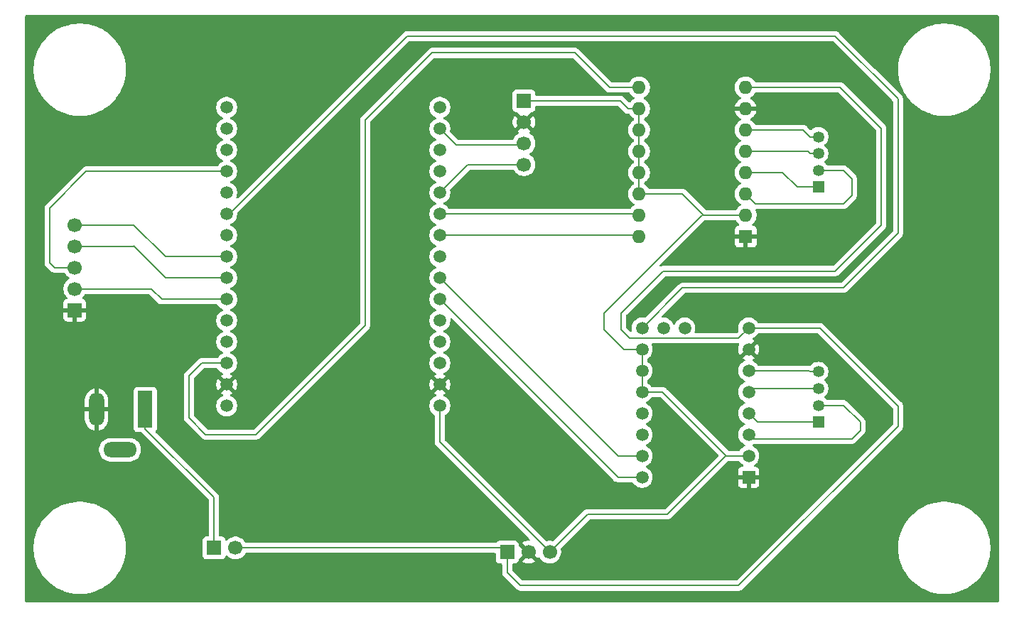
<source format=gbr>
%TF.GenerationSoftware,KiCad,Pcbnew,9.0.3*%
%TF.CreationDate,2025-08-14T15:00:20+02:00*%
%TF.ProjectId,Spool_Roller,53706f6f-6c5f-4526-9f6c-6c65722e6b69,rev?*%
%TF.SameCoordinates,Original*%
%TF.FileFunction,Copper,L2,Bot*%
%TF.FilePolarity,Positive*%
%FSLAX46Y46*%
G04 Gerber Fmt 4.6, Leading zero omitted, Abs format (unit mm)*
G04 Created by KiCad (PCBNEW 9.0.3) date 2025-08-14 15:00:20*
%MOMM*%
%LPD*%
G01*
G04 APERTURE LIST*
%TA.AperFunction,ComponentPad*%
%ADD10R,1.700000X1.700000*%
%TD*%
%TA.AperFunction,ComponentPad*%
%ADD11C,1.700000*%
%TD*%
%TA.AperFunction,ComponentPad*%
%ADD12R,1.350000X1.350000*%
%TD*%
%TA.AperFunction,ComponentPad*%
%ADD13C,1.350000*%
%TD*%
%TA.AperFunction,ComponentPad*%
%ADD14R,1.600000X1.600000*%
%TD*%
%TA.AperFunction,ComponentPad*%
%ADD15O,1.600000X1.600000*%
%TD*%
%TA.AperFunction,ComponentPad*%
%ADD16R,1.508000X1.508000*%
%TD*%
%TA.AperFunction,ComponentPad*%
%ADD17C,1.508000*%
%TD*%
%TA.AperFunction,ComponentPad*%
%ADD18C,1.500000*%
%TD*%
%TA.AperFunction,ComponentPad*%
%ADD19R,1.800000X4.400000*%
%TD*%
%TA.AperFunction,ComponentPad*%
%ADD20O,1.800000X4.000000*%
%TD*%
%TA.AperFunction,ComponentPad*%
%ADD21O,4.000000X1.800000*%
%TD*%
%TA.AperFunction,Conductor*%
%ADD22C,0.200000*%
%TD*%
G04 APERTURE END LIST*
D10*
%TO.P,SH1106_Display1,1,VCC*%
%TO.N,+3.3V*%
X107925000Y-54700000D03*
D11*
%TO.P,SH1106_Display1,2,VCC*%
%TO.N,GND*%
X107925000Y-57240000D03*
%TO.P,SH1106_Display1,3,SCK*%
%TO.N,Net-(SH1106_Display1-SCK)*%
X107925000Y-59780000D03*
%TO.P,SH1106_Display1,4,SDA*%
%TO.N,Net-(SH1106_Display1-SDA)*%
X107925000Y-62320000D03*
%TD*%
D12*
%TO.P,ROLL1,1*%
%TO.N,Net-(U2-M1A)*%
X143000000Y-93000000D03*
D13*
%TO.P,ROLL1,2,-*%
%TO.N,Net-(ROLL1--)*%
X143000000Y-91000000D03*
%TO.P,ROLL1,3*%
%TO.N,Net-(U2-M2A)*%
X143000000Y-89000000D03*
%TO.P,ROLL1,4*%
%TO.N,Net-(U2-M2B)*%
X143000000Y-87000000D03*
%TD*%
D10*
%TO.P,J3,1,Pin_1*%
%TO.N,Net-(J3-Pin_1)*%
X71000000Y-108000000D03*
D11*
%TO.P,J3,2,Pin_2*%
%TO.N,+12V*%
X73540000Y-108000000D03*
%TD*%
D10*
%TO.P,U3,1,Vin*%
%TO.N,+12V*%
X105920000Y-108500000D03*
D11*
%TO.P,U3,2,GND*%
%TO.N,GND*%
X108460000Y-108500000D03*
%TO.P,U3,3,Vout*%
%TO.N,+3.3V*%
X111000000Y-108500000D03*
%TD*%
D12*
%TO.P,GUIDE1,1*%
%TO.N,Net-(A1-1A)*%
X143000000Y-65000000D03*
D13*
%TO.P,GUIDE1,2,-*%
%TO.N,Net-(A1-1B)*%
X143000000Y-63000000D03*
%TO.P,GUIDE1,3*%
%TO.N,Net-(A1-2A)*%
X143000000Y-61000000D03*
%TO.P,GUIDE1,4*%
%TO.N,Net-(A1-2B)*%
X143000000Y-59000000D03*
%TD*%
D14*
%TO.P,A1,1,GND*%
%TO.N,GND*%
X134340000Y-70890000D03*
D15*
%TO.P,A1,2,VDD*%
%TO.N,+3.3V*%
X134340000Y-68350000D03*
%TO.P,A1,3,1B*%
%TO.N,Net-(A1-1B)*%
X134340000Y-65810000D03*
%TO.P,A1,4,1A*%
%TO.N,Net-(A1-1A)*%
X134340000Y-63270000D03*
%TO.P,A1,5,2A*%
%TO.N,Net-(A1-2A)*%
X134340000Y-60730000D03*
%TO.P,A1,6,2B*%
%TO.N,Net-(A1-2B)*%
X134340000Y-58190000D03*
%TO.P,A1,7,GND*%
%TO.N,GND*%
X134340000Y-55650000D03*
%TO.P,A1,8,VMOT*%
%TO.N,+12V*%
X134340000Y-53110000D03*
%TO.P,A1,9,~{ENABLE}*%
%TO.N,Net-(A1-~{ENABLE})*%
X121640000Y-53110000D03*
%TO.P,A1,10,MS1*%
%TO.N,+3.3V*%
X121640000Y-55650000D03*
%TO.P,A1,11,MS2*%
X121640000Y-58190000D03*
%TO.P,A1,12,MS3*%
X121640000Y-60730000D03*
%TO.P,A1,13,~{RESET}*%
X121640000Y-63270000D03*
%TO.P,A1,14,~{SLEEP}*%
X121640000Y-65810000D03*
%TO.P,A1,15,STEP*%
%TO.N,Net-(A1-STEP)*%
X121640000Y-68350000D03*
%TO.P,A1,16,DIR*%
%TO.N,Net-(A1-DIR)*%
X121640000Y-70890000D03*
%TD*%
D16*
%TO.P,U2,1,GND*%
%TO.N,GND*%
X134700000Y-99580000D03*
D17*
%TO.P,U2,2,VIO*%
%TO.N,+3.3V*%
X134700000Y-97040000D03*
%TO.P,U2,3,M1B*%
%TO.N,Net-(ROLL1--)*%
X134700000Y-94500000D03*
%TO.P,U2,4,M1A*%
%TO.N,Net-(U2-M1A)*%
X134700000Y-91960000D03*
%TO.P,U2,5,M2A*%
%TO.N,Net-(U2-M2A)*%
X134700000Y-89420000D03*
%TO.P,U2,6,M2B*%
%TO.N,Net-(U2-M2B)*%
X134700000Y-86880000D03*
%TO.P,U2,7,GND*%
%TO.N,GND*%
X134700000Y-84340000D03*
%TO.P,U2,8,VM*%
%TO.N,+12V*%
X134700000Y-81800000D03*
%TO.P,U2,9,DIR*%
%TO.N,Net-(U1-GPIO16)*%
X122000000Y-99580000D03*
%TO.P,U2,10,STEP*%
%TO.N,Net-(U1-GPIO17)*%
X122000000Y-97040000D03*
%TO.P,U2,11,PDN*%
%TO.N,unconnected-(U2-PDN-Pad11)*%
X122000000Y-94500000D03*
%TO.P,U2,12,UART*%
%TO.N,unconnected-(U2-UART-Pad12)*%
X122000000Y-91960000D03*
%TO.P,U2,13,SPRD*%
%TO.N,+3.3V*%
X122000000Y-89420000D03*
%TO.P,U2,14,MS2*%
X122000000Y-86880000D03*
%TO.P,U2,15,MS1*%
X122000000Y-84340000D03*
%TO.P,U2,16,~{EN}*%
%TO.N,Net-(U1-GPIO32)*%
X122000000Y-81800000D03*
%TO.P,U2,17,INDEX*%
%TO.N,unconnected-(U2-INDEX-Pad17)*%
X127080000Y-81800000D03*
%TO.P,U2,18,DIAG*%
%TO.N,unconnected-(U2-DIAG-Pad18)*%
X124540000Y-81800000D03*
%TD*%
D10*
%TO.P,J1,1,Pin_1*%
%TO.N,GND*%
X54400000Y-79660000D03*
D11*
%TO.P,J1,2,Pin_2*%
%TO.N,Net-(J1-Pin_2)*%
X54400000Y-77120000D03*
%TO.P,J1,3,Pin_3*%
%TO.N,Net-(J1-Pin_3)*%
X54400000Y-74580000D03*
%TO.P,J1,4,Pin_4*%
%TO.N,Net-(J1-Pin_4)*%
X54400000Y-72040000D03*
%TO.P,J1,5,Pin_5*%
%TO.N,Net-(J1-Pin_5)*%
X54400000Y-69500000D03*
%TD*%
D18*
%TO.P,U1,1,VIN*%
%TO.N,unconnected-(U1-VIN-Pad1)*%
X72500000Y-91060000D03*
%TO.P,U1,2,GND*%
%TO.N,GND*%
X72500000Y-88520000D03*
%TO.P,U1,3,GPIO13*%
%TO.N,Net-(A1-~{ENABLE})*%
X72500000Y-85980000D03*
%TO.P,U1,4,GPIO12*%
%TO.N,unconnected-(U1-GPIO12-Pad4)*%
X72500000Y-83440000D03*
%TO.P,U1,5,GPIO14*%
%TO.N,unconnected-(U1-GPIO14-Pad5)*%
X72500000Y-80900000D03*
%TO.P,U1,6,GPIO27*%
%TO.N,Net-(J1-Pin_2)*%
X72500000Y-78360000D03*
%TO.P,U1,7,GPIO26*%
%TO.N,Net-(J1-Pin_4)*%
X72500000Y-75820000D03*
%TO.P,U1,8,GPIO25*%
%TO.N,Net-(J1-Pin_5)*%
X72500000Y-73280000D03*
%TO.P,U1,9,GPIO33*%
%TO.N,unconnected-(U1-GPIO33-Pad9)*%
X72500000Y-70740000D03*
%TO.P,U1,10,GPIO32*%
%TO.N,Net-(U1-GPIO32)*%
X72500000Y-68200000D03*
%TO.P,U1,11,GPIO35*%
%TO.N,unconnected-(U1-GPIO35-Pad11)*%
X72500000Y-65660000D03*
%TO.P,U1,12,GPIO34*%
%TO.N,Net-(J1-Pin_3)*%
X72500000Y-63120000D03*
%TO.P,U1,13,GPIO39*%
%TO.N,unconnected-(U1-GPIO39-Pad13)*%
X72500000Y-60580000D03*
%TO.P,U1,14,GPIO36*%
%TO.N,unconnected-(U1-GPIO36-Pad14)*%
X72500000Y-58040000D03*
%TO.P,U1,15,EN*%
%TO.N,unconnected-(U1-EN-Pad15)*%
X72500000Y-55500000D03*
%TO.P,U1,16,3.3v*%
%TO.N,+3.3V*%
X97900000Y-91060000D03*
%TO.P,U1,17,GND*%
%TO.N,GND*%
X97900000Y-88520000D03*
%TO.P,U1,18,GPIO15*%
%TO.N,unconnected-(U1-GPIO15-Pad18)*%
X97900000Y-85980000D03*
%TO.P,U1,19,GPIO2*%
%TO.N,unconnected-(U1-GPIO2-Pad19)*%
X97900000Y-83440000D03*
%TO.P,U1,20,GPIO4*%
%TO.N,unconnected-(U1-GPIO4-Pad20)*%
X97900000Y-80900000D03*
%TO.P,U1,21,GPIO16*%
%TO.N,Net-(U1-GPIO16)*%
X97900000Y-78360000D03*
%TO.P,U1,22,GPIO17*%
%TO.N,Net-(U1-GPIO17)*%
X97900000Y-75820000D03*
%TO.P,U1,23,GPIO5*%
%TO.N,unconnected-(U1-GPIO5-Pad23)*%
X97900000Y-73280000D03*
%TO.P,U1,24,GPIO18*%
%TO.N,Net-(A1-DIR)*%
X97900000Y-70740000D03*
%TO.P,U1,25,GPIO19*%
%TO.N,Net-(A1-STEP)*%
X97900000Y-68200000D03*
%TO.P,U1,26,GPIO21*%
%TO.N,Net-(SH1106_Display1-SDA)*%
X97900000Y-65660000D03*
%TO.P,U1,27,GPIO3*%
%TO.N,unconnected-(U1-GPIO3-Pad27)*%
X97900000Y-63120000D03*
%TO.P,U1,28,GPIO1*%
%TO.N,unconnected-(U1-GPIO1-Pad28)*%
X97900000Y-60580000D03*
%TO.P,U1,29,GPIO22*%
%TO.N,Net-(SH1106_Display1-SCK)*%
X97900000Y-58040000D03*
%TO.P,U1,30,GPIO23*%
%TO.N,unconnected-(U1-GPIO23-Pad30)*%
X97900000Y-55500000D03*
%TD*%
D19*
%TO.P,J4,1*%
%TO.N,Net-(J3-Pin_1)*%
X62800000Y-91500000D03*
D20*
%TO.P,J4,2*%
%TO.N,GND*%
X57000000Y-91500000D03*
D21*
%TO.P,J4,3*%
%TO.N,N/C*%
X59800000Y-96300000D03*
%TD*%
D22*
%TO.N,Net-(SH1106_Display1-SCK)*%
X99860000Y-60000000D02*
X107705000Y-60000000D01*
X107705000Y-60000000D02*
X107925000Y-59780000D01*
X97900000Y-58040000D02*
X99860000Y-60000000D01*
%TO.N,Net-(J3-Pin_1)*%
X71000000Y-102000000D02*
X71000000Y-108000000D01*
%TO.N,Net-(A1-STEP)*%
X97900000Y-68200000D02*
X121490000Y-68200000D01*
X121490000Y-68200000D02*
X121640000Y-68350000D01*
%TO.N,Net-(A1-1A)*%
X143000000Y-65000000D02*
X140460000Y-65000000D01*
X138730000Y-63270000D02*
X134340000Y-63270000D01*
X140460000Y-65000000D02*
X138730000Y-63270000D01*
%TO.N,+3.3V*%
X134700000Y-97040000D02*
X133000000Y-97040000D01*
X126810000Y-65810000D02*
X129350000Y-68350000D01*
X121640000Y-60730000D02*
X121640000Y-58190000D01*
X129150000Y-68350000D02*
X117500000Y-80000000D01*
X125000000Y-104000000D02*
X131960000Y-97040000D01*
X120350000Y-55650000D02*
X119400000Y-54700000D01*
X131960000Y-97040000D02*
X133000000Y-97040000D01*
X121640000Y-55650000D02*
X120350000Y-55650000D01*
X129350000Y-68350000D02*
X134340000Y-68350000D01*
X117500000Y-80000000D02*
X117500000Y-82000000D01*
X119840000Y-84340000D02*
X122000000Y-84340000D01*
X111000000Y-108500000D02*
X115500000Y-104000000D01*
X117500000Y-82000000D02*
X119840000Y-84340000D01*
X134340000Y-68350000D02*
X129150000Y-68350000D01*
X111000000Y-108500000D02*
X97900000Y-95400000D01*
X115500000Y-104000000D02*
X125000000Y-104000000D01*
X132040000Y-97040000D02*
X124420000Y-89420000D01*
X119400000Y-54700000D02*
X107925000Y-54700000D01*
X133000000Y-97040000D02*
X132040000Y-97040000D01*
X121640000Y-65810000D02*
X121640000Y-63270000D01*
X122000000Y-89420000D02*
X122000000Y-84340000D01*
X126810000Y-65810000D02*
X121640000Y-65810000D01*
X124420000Y-89420000D02*
X122000000Y-89420000D01*
X97900000Y-95400000D02*
X97900000Y-91060000D01*
X121640000Y-58190000D02*
X121640000Y-55650000D01*
X121640000Y-63270000D02*
X121640000Y-60730000D01*
%TO.N,Net-(A1-2B)*%
X141190000Y-58190000D02*
X134340000Y-58190000D01*
X142000000Y-59000000D02*
X141190000Y-58190000D01*
X143000000Y-59000000D02*
X142000000Y-59000000D01*
%TO.N,Net-(A1-1B)*%
X135530000Y-67000000D02*
X146000000Y-67000000D01*
X146000000Y-67000000D02*
X147000000Y-66000000D01*
X147000000Y-64000000D02*
X146000000Y-63000000D01*
X134340000Y-65810000D02*
X135530000Y-67000000D01*
X147000000Y-66000000D02*
X147000000Y-64000000D01*
X146000000Y-63000000D02*
X143000000Y-63000000D01*
%TO.N,Net-(A1-DIR)*%
X121490000Y-70740000D02*
X121640000Y-70890000D01*
X97900000Y-70740000D02*
X121490000Y-70740000D01*
%TO.N,Net-(A1-2A)*%
X142000000Y-61000000D02*
X141730000Y-60730000D01*
X143000000Y-61000000D02*
X142000000Y-61000000D01*
X141730000Y-60730000D02*
X134340000Y-60730000D01*
%TO.N,Net-(A1-~{ENABLE})*%
X69520000Y-85980000D02*
X72500000Y-85980000D01*
X70000000Y-94500000D02*
X68000000Y-92500000D01*
X114000000Y-49000000D02*
X97000000Y-49000000D01*
X68000000Y-87500000D02*
X69520000Y-85980000D01*
X97000000Y-49000000D02*
X89000000Y-57000000D01*
X118110000Y-53110000D02*
X114000000Y-49000000D01*
X76000000Y-94500000D02*
X70000000Y-94500000D01*
X89000000Y-57000000D02*
X89000000Y-81500000D01*
X68000000Y-92500000D02*
X68000000Y-87500000D01*
X121640000Y-53110000D02*
X118110000Y-53110000D01*
X89000000Y-81500000D02*
X76000000Y-94500000D01*
%TO.N,+12V*%
X124500000Y-75000000D02*
X145000000Y-75000000D01*
X105920000Y-108500000D02*
X105920000Y-110920000D01*
X120500000Y-83000000D02*
X119500000Y-82000000D01*
X105420000Y-108000000D02*
X105920000Y-108500000D01*
X145610000Y-53110000D02*
X134340000Y-53110000D01*
X73540000Y-108000000D02*
X105420000Y-108000000D01*
X119500000Y-80000000D02*
X124500000Y-75000000D01*
X152500000Y-93500000D02*
X152500000Y-91100000D01*
X152500000Y-91100000D02*
X143200000Y-81800000D01*
X107500000Y-112500000D02*
X133500000Y-112500000D01*
X133500000Y-112500000D02*
X152500000Y-93500000D01*
X133500000Y-83000000D02*
X120500000Y-83000000D01*
X150500000Y-58000000D02*
X145610000Y-53110000D01*
X119500000Y-82000000D02*
X119500000Y-80000000D01*
X145000000Y-75000000D02*
X150500000Y-69500000D01*
X143200000Y-81800000D02*
X134700000Y-81800000D01*
X105920000Y-110920000D02*
X107500000Y-112500000D01*
X150500000Y-69500000D02*
X150500000Y-58000000D01*
X134700000Y-81800000D02*
X133500000Y-83000000D01*
%TO.N,Net-(J1-Pin_2)*%
X54400000Y-77120000D02*
X63520000Y-77120000D01*
X64760000Y-78360000D02*
X72500000Y-78360000D01*
X63520000Y-77120000D02*
X64760000Y-78360000D01*
%TO.N,Net-(J1-Pin_5)*%
X54400000Y-69500000D02*
X61400000Y-69500000D01*
X65180000Y-73280000D02*
X72500000Y-73280000D01*
X61400000Y-69500000D02*
X65180000Y-73280000D01*
%TO.N,Net-(J1-Pin_4)*%
X65220000Y-75820000D02*
X72500000Y-75820000D01*
X61400000Y-72000000D02*
X65220000Y-75820000D01*
X61360000Y-72040000D02*
X61400000Y-72000000D01*
X54400000Y-72040000D02*
X61360000Y-72040000D01*
%TO.N,Net-(J1-Pin_3)*%
X55780000Y-63120000D02*
X72500000Y-63120000D01*
X54400000Y-74580000D02*
X51980000Y-74580000D01*
X51980000Y-74580000D02*
X51400000Y-74000000D01*
X51400000Y-67500000D02*
X55780000Y-63120000D01*
X51400000Y-74000000D02*
X51400000Y-67500000D01*
%TO.N,Net-(J3-Pin_1)*%
X62800000Y-91500000D02*
X62800000Y-93800000D01*
X62800000Y-93800000D02*
X71000000Y-102000000D01*
%TO.N,Net-(U2-M1A)*%
X143000000Y-93000000D02*
X135740000Y-93000000D01*
X135740000Y-93000000D02*
X134700000Y-91960000D01*
%TO.N,Net-(ROLL1--)*%
X146000000Y-91000000D02*
X148000000Y-93000000D01*
X148000000Y-94000000D02*
X147000000Y-95000000D01*
X135200000Y-95000000D02*
X134700000Y-94500000D01*
X143000000Y-91000000D02*
X146000000Y-91000000D01*
X148000000Y-93000000D02*
X148000000Y-94000000D01*
X147000000Y-95000000D02*
X135200000Y-95000000D01*
%TO.N,Net-(U2-M2A)*%
X143000000Y-89000000D02*
X135120000Y-89000000D01*
X135120000Y-89000000D02*
X134700000Y-89420000D01*
%TO.N,Net-(U2-M2B)*%
X141880000Y-86880000D02*
X134700000Y-86880000D01*
X142000000Y-87000000D02*
X141880000Y-86880000D01*
X143000000Y-87000000D02*
X142000000Y-87000000D01*
%TO.N,Net-(SH1106_Display1-SDA)*%
X107925000Y-62320000D02*
X107745000Y-62500000D01*
X97900000Y-65660000D02*
X101240000Y-62320000D01*
X101240000Y-62320000D02*
X107925000Y-62320000D01*
%TO.N,Net-(U1-GPIO16)*%
X122000000Y-99580000D02*
X119120000Y-99580000D01*
X119120000Y-99580000D02*
X97900000Y-78360000D01*
%TO.N,Net-(U1-GPIO17)*%
X119120000Y-97040000D02*
X97900000Y-75820000D01*
X122000000Y-97040000D02*
X119120000Y-97040000D01*
%TO.N,Net-(U1-GPIO32)*%
X72500000Y-68200000D02*
X72800000Y-68200000D01*
X152500000Y-54500000D02*
X152500000Y-70500000D01*
X94000000Y-47000000D02*
X145000000Y-47000000D01*
X152500000Y-70500000D02*
X146000000Y-77000000D01*
X146000000Y-77000000D02*
X126800000Y-77000000D01*
X72800000Y-68200000D02*
X94000000Y-47000000D01*
X145000000Y-47000000D02*
X152500000Y-54500000D01*
X126800000Y-77000000D02*
X122000000Y-81800000D01*
%TD*%
%TA.AperFunction,Conductor*%
%TO.N,GND*%
G36*
X142966942Y-82420185D02*
G01*
X142987584Y-82436819D01*
X151863181Y-91312416D01*
X151896666Y-91373739D01*
X151899500Y-91400097D01*
X151899500Y-93199902D01*
X151879815Y-93266941D01*
X151863181Y-93287583D01*
X133287584Y-111863181D01*
X133226261Y-111896666D01*
X133199903Y-111899500D01*
X107800097Y-111899500D01*
X107733058Y-111879815D01*
X107712416Y-111863181D01*
X106556819Y-110707584D01*
X106523334Y-110646261D01*
X106520500Y-110619903D01*
X106520500Y-109974499D01*
X106540185Y-109907460D01*
X106592989Y-109861705D01*
X106644500Y-109850499D01*
X106817871Y-109850499D01*
X106817872Y-109850499D01*
X106877483Y-109844091D01*
X107012331Y-109793796D01*
X107127546Y-109707546D01*
X107213796Y-109592331D01*
X107264091Y-109457483D01*
X107270500Y-109397873D01*
X107270499Y-109373979D01*
X107273330Y-109360963D01*
X107283940Y-109341525D01*
X107290179Y-109320275D01*
X107306803Y-109299643D01*
X107306808Y-109299636D01*
X107306811Y-109299634D01*
X107306818Y-109299626D01*
X107977037Y-108629408D01*
X107994075Y-108692993D01*
X108059901Y-108807007D01*
X108152993Y-108900099D01*
X108267007Y-108965925D01*
X108330590Y-108982962D01*
X107698282Y-109615269D01*
X107698282Y-109615270D01*
X107752449Y-109654624D01*
X107941782Y-109751095D01*
X108143870Y-109816757D01*
X108353754Y-109850000D01*
X108566246Y-109850000D01*
X108776127Y-109816757D01*
X108776130Y-109816757D01*
X108978217Y-109751095D01*
X109167554Y-109654622D01*
X109221716Y-109615270D01*
X109221717Y-109615270D01*
X108589408Y-108982962D01*
X108652993Y-108965925D01*
X108767007Y-108900099D01*
X108860099Y-108807007D01*
X108925925Y-108692993D01*
X108942962Y-108629408D01*
X109575270Y-109261717D01*
X109575270Y-109261716D01*
X109614622Y-109207555D01*
X109619232Y-109198507D01*
X109667205Y-109147709D01*
X109735025Y-109130912D01*
X109801161Y-109153447D01*
X109840204Y-109198504D01*
X109844949Y-109207817D01*
X109969890Y-109379786D01*
X110120213Y-109530109D01*
X110292179Y-109655048D01*
X110292181Y-109655049D01*
X110292184Y-109655051D01*
X110481588Y-109751557D01*
X110683757Y-109817246D01*
X110893713Y-109850500D01*
X110893714Y-109850500D01*
X111106286Y-109850500D01*
X111106287Y-109850500D01*
X111316243Y-109817246D01*
X111518412Y-109751557D01*
X111707816Y-109655051D01*
X111794138Y-109592335D01*
X111879786Y-109530109D01*
X111879788Y-109530106D01*
X111879792Y-109530104D01*
X112030104Y-109379792D01*
X112030106Y-109379788D01*
X112030109Y-109379786D01*
X112155048Y-109207820D01*
X112155050Y-109207817D01*
X112155051Y-109207816D01*
X112251557Y-109018412D01*
X112317246Y-108816243D01*
X112350500Y-108606287D01*
X112350500Y-108393713D01*
X112317246Y-108183757D01*
X112303506Y-108141473D01*
X112301512Y-108071635D01*
X112333755Y-108015478D01*
X115712416Y-104636819D01*
X115773739Y-104603334D01*
X115800097Y-104600500D01*
X124913331Y-104600500D01*
X124913347Y-104600501D01*
X124920943Y-104600501D01*
X125079054Y-104600501D01*
X125079057Y-104600501D01*
X125231785Y-104559577D01*
X125281904Y-104530639D01*
X125368716Y-104480520D01*
X125480520Y-104368716D01*
X125480520Y-104368714D01*
X125490728Y-104358507D01*
X125490729Y-104358504D01*
X132172416Y-97676819D01*
X132233739Y-97643334D01*
X132260097Y-97640500D01*
X132920943Y-97640500D01*
X133522682Y-97640500D01*
X133589721Y-97660185D01*
X133623139Y-97694324D01*
X133624192Y-97693560D01*
X133743115Y-97857246D01*
X133882753Y-97996884D01*
X134026997Y-98101682D01*
X134069663Y-98157011D01*
X134075642Y-98226625D01*
X134043037Y-98288420D01*
X133982198Y-98322777D01*
X133954112Y-98326000D01*
X133898155Y-98326000D01*
X133838627Y-98332401D01*
X133838620Y-98332403D01*
X133703913Y-98382645D01*
X133703906Y-98382649D01*
X133588812Y-98468809D01*
X133588809Y-98468812D01*
X133502649Y-98583906D01*
X133502645Y-98583913D01*
X133452403Y-98718620D01*
X133452401Y-98718627D01*
X133446000Y-98778155D01*
X133446000Y-99330000D01*
X134266988Y-99330000D01*
X134234075Y-99387007D01*
X134200000Y-99514174D01*
X134200000Y-99645826D01*
X134234075Y-99772993D01*
X134266988Y-99830000D01*
X133446000Y-99830000D01*
X133446000Y-100381844D01*
X133452401Y-100441372D01*
X133452403Y-100441379D01*
X133502645Y-100576086D01*
X133502649Y-100576093D01*
X133588809Y-100691187D01*
X133588812Y-100691190D01*
X133703906Y-100777350D01*
X133703913Y-100777354D01*
X133838620Y-100827596D01*
X133838627Y-100827598D01*
X133898155Y-100833999D01*
X133898172Y-100834000D01*
X134450000Y-100834000D01*
X134450000Y-100013012D01*
X134507007Y-100045925D01*
X134634174Y-100080000D01*
X134765826Y-100080000D01*
X134892993Y-100045925D01*
X134950000Y-100013012D01*
X134950000Y-100834000D01*
X135501828Y-100834000D01*
X135501844Y-100833999D01*
X135561372Y-100827598D01*
X135561379Y-100827596D01*
X135696086Y-100777354D01*
X135696093Y-100777350D01*
X135811187Y-100691190D01*
X135811190Y-100691187D01*
X135897350Y-100576093D01*
X135897354Y-100576086D01*
X135947596Y-100441379D01*
X135947598Y-100441372D01*
X135953999Y-100381844D01*
X135954000Y-100381827D01*
X135954000Y-99830000D01*
X135133012Y-99830000D01*
X135165925Y-99772993D01*
X135200000Y-99645826D01*
X135200000Y-99514174D01*
X135165925Y-99387007D01*
X135133012Y-99330000D01*
X135954000Y-99330000D01*
X135954000Y-98778172D01*
X135953999Y-98778155D01*
X135947598Y-98718627D01*
X135947596Y-98718620D01*
X135897354Y-98583913D01*
X135897350Y-98583906D01*
X135811190Y-98468812D01*
X135811187Y-98468809D01*
X135696093Y-98382649D01*
X135696086Y-98382645D01*
X135561379Y-98332403D01*
X135561372Y-98332401D01*
X135501844Y-98326000D01*
X135445888Y-98326000D01*
X135378849Y-98306315D01*
X135333094Y-98253511D01*
X135323150Y-98184353D01*
X135352175Y-98120797D01*
X135373003Y-98101682D01*
X135517246Y-97996884D01*
X135517248Y-97996881D01*
X135517252Y-97996879D01*
X135656879Y-97857252D01*
X135656881Y-97857248D01*
X135656884Y-97857246D01*
X135707779Y-97787192D01*
X135772944Y-97697501D01*
X135862591Y-97521561D01*
X135923610Y-97333763D01*
X135942839Y-97212358D01*
X135954500Y-97138736D01*
X135954500Y-96941263D01*
X135923610Y-96746236D01*
X135885177Y-96627952D01*
X135862591Y-96558439D01*
X135772944Y-96382499D01*
X135765486Y-96372234D01*
X135656884Y-96222753D01*
X135517246Y-96083115D01*
X135357505Y-95967058D01*
X135351119Y-95963804D01*
X135187593Y-95880482D01*
X135178442Y-95871840D01*
X135166776Y-95867105D01*
X135153521Y-95848303D01*
X135136800Y-95832510D01*
X135133773Y-95820289D01*
X135126519Y-95809998D01*
X135125533Y-95787015D01*
X135120005Y-95764689D01*
X135124066Y-95752771D01*
X135123527Y-95740193D01*
X135135121Y-95720329D01*
X135142542Y-95698554D01*
X135153245Y-95689279D01*
X135158749Y-95679851D01*
X135187590Y-95659518D01*
X135276896Y-95614014D01*
X135333190Y-95600500D01*
X146913331Y-95600500D01*
X146913347Y-95600501D01*
X146920943Y-95600501D01*
X147079054Y-95600501D01*
X147079057Y-95600501D01*
X147231785Y-95559577D01*
X147281904Y-95530639D01*
X147368716Y-95480520D01*
X147480520Y-95368716D01*
X147480520Y-95368714D01*
X147490728Y-95358507D01*
X147490729Y-95358504D01*
X148480520Y-94368716D01*
X148559577Y-94231784D01*
X148600501Y-94079057D01*
X148600501Y-93920942D01*
X148600501Y-93913347D01*
X148600500Y-93913329D01*
X148600500Y-92920945D01*
X148600499Y-92920941D01*
X148600268Y-92920080D01*
X148586506Y-92868716D01*
X148559577Y-92768215D01*
X148530639Y-92718095D01*
X148480520Y-92631284D01*
X148368716Y-92519480D01*
X148368715Y-92519479D01*
X148364385Y-92515149D01*
X148364374Y-92515139D01*
X146487590Y-90638355D01*
X146487588Y-90638352D01*
X146368717Y-90519481D01*
X146368709Y-90519475D01*
X146264828Y-90459500D01*
X146264825Y-90459499D01*
X146231787Y-90440424D01*
X146231786Y-90440423D01*
X146231785Y-90440423D01*
X146079057Y-90399499D01*
X145920943Y-90399499D01*
X145913347Y-90399499D01*
X145913331Y-90399500D01*
X144079890Y-90399500D01*
X144012851Y-90379815D01*
X143979572Y-90348385D01*
X143937020Y-90289818D01*
X143896621Y-90234213D01*
X143765787Y-90103379D01*
X143761576Y-90100319D01*
X143718909Y-90044994D01*
X143712926Y-89975381D01*
X143745529Y-89913585D01*
X143761570Y-89899684D01*
X143765787Y-89896621D01*
X143896621Y-89765787D01*
X144005378Y-89616096D01*
X144089379Y-89451235D01*
X144146555Y-89275264D01*
X144175500Y-89092514D01*
X144175500Y-88907486D01*
X144146555Y-88724736D01*
X144089379Y-88548765D01*
X144089379Y-88548764D01*
X144024594Y-88421617D01*
X144005378Y-88383904D01*
X143896621Y-88234213D01*
X143765787Y-88103379D01*
X143761576Y-88100319D01*
X143718909Y-88044994D01*
X143712926Y-87975381D01*
X143745529Y-87913585D01*
X143761570Y-87899684D01*
X143765787Y-87896621D01*
X143896621Y-87765787D01*
X144005378Y-87616096D01*
X144089379Y-87451235D01*
X144146555Y-87275264D01*
X144175500Y-87092514D01*
X144175500Y-86907486D01*
X144146555Y-86724736D01*
X144089379Y-86548765D01*
X144089379Y-86548764D01*
X144005377Y-86383903D01*
X143896621Y-86234213D01*
X143765787Y-86103379D01*
X143616096Y-85994622D01*
X143451235Y-85910620D01*
X143451232Y-85910619D01*
X143275265Y-85853445D01*
X143183889Y-85838972D01*
X143092514Y-85824500D01*
X142907486Y-85824500D01*
X142846569Y-85834148D01*
X142724734Y-85853445D01*
X142548767Y-85910619D01*
X142548764Y-85910620D01*
X142383903Y-85994622D01*
X142298499Y-86056672D01*
X142234213Y-86103379D01*
X142234211Y-86103381D01*
X142234210Y-86103381D01*
X142103378Y-86234213D01*
X142102410Y-86235547D01*
X142101912Y-86235930D01*
X142100215Y-86237918D01*
X142099797Y-86237561D01*
X142047077Y-86278210D01*
X141997846Y-86286584D01*
X141983686Y-86286098D01*
X141959057Y-86279499D01*
X141800943Y-86279499D01*
X141800939Y-86279500D01*
X135877318Y-86279500D01*
X135810279Y-86259815D01*
X135776860Y-86225675D01*
X135775808Y-86226440D01*
X135656884Y-86062753D01*
X135517246Y-85923115D01*
X135357505Y-85807058D01*
X135349072Y-85802761D01*
X135187043Y-85720202D01*
X135136250Y-85672230D01*
X135119455Y-85604409D01*
X135141992Y-85538275D01*
X135187046Y-85499235D01*
X135357241Y-85412516D01*
X135392988Y-85386543D01*
X135392988Y-85386541D01*
X134829410Y-84822962D01*
X134892993Y-84805925D01*
X135007007Y-84740099D01*
X135100099Y-84647007D01*
X135165925Y-84532993D01*
X135182962Y-84469409D01*
X135746541Y-85032988D01*
X135746543Y-85032988D01*
X135772516Y-84997241D01*
X135862126Y-84821373D01*
X135923123Y-84633646D01*
X135954000Y-84438697D01*
X135954000Y-84241302D01*
X135923123Y-84046353D01*
X135862126Y-83858626D01*
X135772520Y-83682768D01*
X135772512Y-83682755D01*
X135746542Y-83647010D01*
X135746541Y-83647009D01*
X135182962Y-84210589D01*
X135165925Y-84147007D01*
X135100099Y-84032993D01*
X135007007Y-83939901D01*
X134892993Y-83874075D01*
X134829408Y-83857037D01*
X135392989Y-83293457D01*
X135357236Y-83267481D01*
X135187045Y-83180763D01*
X135136250Y-83132789D01*
X135119455Y-83064968D01*
X135141993Y-82998833D01*
X135187042Y-82959798D01*
X135357501Y-82872944D01*
X135479104Y-82784595D01*
X135517246Y-82756884D01*
X135517248Y-82756881D01*
X135517252Y-82756879D01*
X135656879Y-82617252D01*
X135656881Y-82617248D01*
X135656884Y-82617246D01*
X135775808Y-82453560D01*
X135777238Y-82454599D01*
X135823407Y-82412833D01*
X135877318Y-82400500D01*
X142899903Y-82400500D01*
X142966942Y-82420185D01*
G37*
%TD.AperFunction*%
%TA.AperFunction,Conductor*%
G36*
X99333882Y-80647675D02*
G01*
X99356021Y-80665256D01*
X118751284Y-100060520D01*
X118888215Y-100139577D01*
X119040943Y-100180501D01*
X119040946Y-100180501D01*
X119206654Y-100180501D01*
X119206670Y-100180500D01*
X120822682Y-100180500D01*
X120889721Y-100200185D01*
X120923139Y-100234324D01*
X120924192Y-100233560D01*
X121043115Y-100397246D01*
X121182753Y-100536884D01*
X121332234Y-100645486D01*
X121342499Y-100652944D01*
X121518439Y-100742591D01*
X121625417Y-100777350D01*
X121706236Y-100803610D01*
X121901264Y-100834500D01*
X121901269Y-100834500D01*
X122098736Y-100834500D01*
X122293763Y-100803610D01*
X122481561Y-100742591D01*
X122657501Y-100652944D01*
X122763288Y-100576086D01*
X122817246Y-100536884D01*
X122817248Y-100536881D01*
X122817252Y-100536879D01*
X122956879Y-100397252D01*
X122956881Y-100397248D01*
X122956884Y-100397246D01*
X123007779Y-100327192D01*
X123072944Y-100237501D01*
X123162591Y-100061561D01*
X123223610Y-99873763D01*
X123254500Y-99678736D01*
X123254500Y-99481263D01*
X123223610Y-99286236D01*
X123167671Y-99114075D01*
X123162591Y-99098439D01*
X123072944Y-98922499D01*
X123065486Y-98912234D01*
X122956884Y-98762753D01*
X122817246Y-98623115D01*
X122657505Y-98507058D01*
X122651119Y-98503804D01*
X122487593Y-98420482D01*
X122436800Y-98372510D01*
X122420005Y-98304689D01*
X122442542Y-98238554D01*
X122487593Y-98199517D01*
X122657501Y-98112944D01*
X122677912Y-98098114D01*
X122817246Y-97996884D01*
X122817248Y-97996881D01*
X122817252Y-97996879D01*
X122956879Y-97857252D01*
X122956881Y-97857248D01*
X122956884Y-97857246D01*
X123007779Y-97787192D01*
X123072944Y-97697501D01*
X123162591Y-97521561D01*
X123223610Y-97333763D01*
X123242839Y-97212358D01*
X123254500Y-97138736D01*
X123254500Y-96941263D01*
X123223610Y-96746236D01*
X123185177Y-96627952D01*
X123162591Y-96558439D01*
X123072944Y-96382499D01*
X123065486Y-96372234D01*
X122956884Y-96222753D01*
X122817246Y-96083115D01*
X122657505Y-95967058D01*
X122651119Y-95963804D01*
X122487593Y-95880482D01*
X122436800Y-95832510D01*
X122420005Y-95764689D01*
X122442542Y-95698554D01*
X122487593Y-95659517D01*
X122657501Y-95572944D01*
X122715725Y-95530642D01*
X122817246Y-95456884D01*
X122817248Y-95456881D01*
X122817252Y-95456879D01*
X122956879Y-95317252D01*
X122956881Y-95317248D01*
X122956884Y-95317246D01*
X123007779Y-95247192D01*
X123072944Y-95157501D01*
X123162591Y-94981561D01*
X123223610Y-94793763D01*
X123254500Y-94598736D01*
X123254500Y-94401263D01*
X123223610Y-94206236D01*
X123175364Y-94057751D01*
X123162591Y-94018439D01*
X123072944Y-93842499D01*
X123040167Y-93797385D01*
X122956884Y-93682753D01*
X122817246Y-93543115D01*
X122657505Y-93427058D01*
X122630596Y-93413347D01*
X122487593Y-93340482D01*
X122436800Y-93292510D01*
X122420005Y-93224689D01*
X122442542Y-93158554D01*
X122487593Y-93119517D01*
X122657501Y-93032944D01*
X122740364Y-92972741D01*
X122817246Y-92916884D01*
X122817248Y-92916881D01*
X122817252Y-92916879D01*
X122956879Y-92777252D01*
X122956881Y-92777248D01*
X122956884Y-92777246D01*
X123007779Y-92707192D01*
X123072944Y-92617501D01*
X123162591Y-92441561D01*
X123223610Y-92253763D01*
X123234088Y-92187608D01*
X123254500Y-92058736D01*
X123254500Y-91861263D01*
X123223610Y-91666236D01*
X123202251Y-91600500D01*
X123162591Y-91478439D01*
X123072944Y-91302499D01*
X123065486Y-91292234D01*
X122956884Y-91142753D01*
X122817246Y-91003115D01*
X122657505Y-90887058D01*
X122620520Y-90868213D01*
X122487593Y-90800482D01*
X122436800Y-90752510D01*
X122420005Y-90684689D01*
X122442542Y-90618554D01*
X122487593Y-90579517D01*
X122657501Y-90492944D01*
X122703533Y-90459500D01*
X122817246Y-90376884D01*
X122817248Y-90376881D01*
X122817252Y-90376879D01*
X122956879Y-90237252D01*
X122956881Y-90237248D01*
X122956884Y-90237246D01*
X123075808Y-90073560D01*
X123077238Y-90074599D01*
X123123407Y-90032833D01*
X123177318Y-90020500D01*
X124119903Y-90020500D01*
X124186942Y-90040185D01*
X124207584Y-90056819D01*
X131063084Y-96912319D01*
X131096569Y-96973642D01*
X131091585Y-97043334D01*
X131063084Y-97087681D01*
X124787584Y-103363181D01*
X124726261Y-103396666D01*
X124699903Y-103399500D01*
X115586669Y-103399500D01*
X115586653Y-103399499D01*
X115579057Y-103399499D01*
X115420943Y-103399499D01*
X115333335Y-103422974D01*
X115268210Y-103440424D01*
X115268209Y-103440425D01*
X115218096Y-103469359D01*
X115218095Y-103469360D01*
X115174689Y-103494420D01*
X115131285Y-103519479D01*
X115131282Y-103519481D01*
X115019478Y-103631286D01*
X111484522Y-107166241D01*
X111423199Y-107199726D01*
X111358523Y-107196491D01*
X111316245Y-107182754D01*
X111176272Y-107160584D01*
X111106287Y-107149500D01*
X110893713Y-107149500D01*
X110823727Y-107160584D01*
X110683755Y-107182754D01*
X110683748Y-107182755D01*
X110641475Y-107196491D01*
X110571634Y-107198486D01*
X110515477Y-107166241D01*
X98536819Y-95187583D01*
X98503334Y-95126260D01*
X98500500Y-95099902D01*
X98500500Y-92232596D01*
X98520185Y-92165557D01*
X98551614Y-92132278D01*
X98555403Y-92129524D01*
X98555405Y-92129524D01*
X98714646Y-92013828D01*
X98853828Y-91874646D01*
X98969524Y-91715405D01*
X99058884Y-91540025D01*
X99119709Y-91352826D01*
X99127681Y-91302495D01*
X99150500Y-91158422D01*
X99150500Y-90961577D01*
X99119709Y-90767173D01*
X99075555Y-90631284D01*
X99058884Y-90579975D01*
X99058882Y-90579972D01*
X99058882Y-90579970D01*
X98997499Y-90459499D01*
X98969524Y-90404595D01*
X98853828Y-90245354D01*
X98714646Y-90106172D01*
X98555405Y-89990476D01*
X98380025Y-89901116D01*
X98380024Y-89901115D01*
X98378235Y-89900204D01*
X98327439Y-89852230D01*
X98310644Y-89784409D01*
X98333181Y-89718274D01*
X98378236Y-89679234D01*
X98555141Y-89589097D01*
X98590125Y-89563678D01*
X98590126Y-89563678D01*
X97946448Y-88920000D01*
X97952661Y-88920000D01*
X98054394Y-88892741D01*
X98145606Y-88840080D01*
X98220080Y-88765606D01*
X98272741Y-88674394D01*
X98300000Y-88572661D01*
X98300000Y-88566448D01*
X98943678Y-89210126D01*
X98943678Y-89210125D01*
X98969095Y-89175143D01*
X99058418Y-88999835D01*
X99119221Y-88812705D01*
X99150000Y-88618382D01*
X99150000Y-88421617D01*
X99119221Y-88227294D01*
X99058418Y-88040164D01*
X98969096Y-87864858D01*
X98943678Y-87829873D01*
X98943677Y-87829873D01*
X98300000Y-88473551D01*
X98300000Y-88467339D01*
X98272741Y-88365606D01*
X98220080Y-88274394D01*
X98145606Y-88199920D01*
X98054394Y-88147259D01*
X97952661Y-88120000D01*
X97946447Y-88120000D01*
X98590125Y-87476320D01*
X98590125Y-87476319D01*
X98555145Y-87450905D01*
X98378235Y-87360765D01*
X98327439Y-87312790D01*
X98310644Y-87244969D01*
X98333182Y-87178834D01*
X98378236Y-87139795D01*
X98380022Y-87138884D01*
X98380025Y-87138884D01*
X98555405Y-87049524D01*
X98714646Y-86933828D01*
X98853828Y-86794646D01*
X98969524Y-86635405D01*
X99058884Y-86460025D01*
X99119709Y-86272826D01*
X99125238Y-86237918D01*
X99150500Y-86078422D01*
X99150500Y-85881577D01*
X99119709Y-85687173D01*
X99091487Y-85600317D01*
X99058884Y-85499975D01*
X99058882Y-85499972D01*
X99058882Y-85499970D01*
X98993194Y-85371051D01*
X98969524Y-85324595D01*
X98853828Y-85165354D01*
X98714646Y-85026172D01*
X98596731Y-84940501D01*
X98555403Y-84910474D01*
X98378787Y-84820485D01*
X98327990Y-84772511D01*
X98311195Y-84704690D01*
X98333732Y-84638555D01*
X98378787Y-84599515D01*
X98555403Y-84509525D01*
X98555402Y-84509525D01*
X98555405Y-84509524D01*
X98714646Y-84393828D01*
X98853828Y-84254646D01*
X98969524Y-84095405D01*
X99058884Y-83920025D01*
X99119709Y-83732826D01*
X99123823Y-83706851D01*
X99150500Y-83538422D01*
X99150500Y-83341577D01*
X99119709Y-83147173D01*
X99079560Y-83023610D01*
X99058884Y-82959975D01*
X99058882Y-82959972D01*
X99058882Y-82959970D01*
X98969523Y-82784594D01*
X98853828Y-82625354D01*
X98714646Y-82486172D01*
X98613704Y-82412833D01*
X98555403Y-82370474D01*
X98378787Y-82280485D01*
X98327990Y-82232511D01*
X98311195Y-82164690D01*
X98333732Y-82098555D01*
X98378787Y-82059515D01*
X98555403Y-81969525D01*
X98555402Y-81969525D01*
X98555405Y-81969524D01*
X98714646Y-81853828D01*
X98853828Y-81714646D01*
X98969524Y-81555405D01*
X99058884Y-81380025D01*
X99119709Y-81192826D01*
X99127681Y-81142495D01*
X99150500Y-80998422D01*
X99150500Y-80801580D01*
X99145868Y-80772338D01*
X99154822Y-80703044D01*
X99199817Y-80649592D01*
X99266568Y-80628951D01*
X99333882Y-80647675D01*
G37*
%TD.AperFunction*%
%TA.AperFunction,Conductor*%
G36*
X133420943Y-83600501D02*
G01*
X133467048Y-83600501D01*
X133506418Y-83612061D01*
X133534085Y-83620186D01*
X133534087Y-83620187D01*
X133553442Y-83642525D01*
X133579840Y-83672990D01*
X133579840Y-83672991D01*
X133579841Y-83672992D01*
X133584709Y-83706851D01*
X133589135Y-83737638D01*
X133589784Y-83742150D01*
X133589781Y-83742154D01*
X133577531Y-83780796D01*
X133537873Y-83858626D01*
X133476876Y-84046353D01*
X133446000Y-84241302D01*
X133446000Y-84438697D01*
X133476876Y-84633646D01*
X133537873Y-84821373D01*
X133627483Y-84997239D01*
X133653457Y-85032988D01*
X133653457Y-85032989D01*
X134217037Y-84469408D01*
X134234075Y-84532993D01*
X134299901Y-84647007D01*
X134392993Y-84740099D01*
X134507007Y-84805925D01*
X134570590Y-84822962D01*
X134007009Y-85386541D01*
X134007010Y-85386542D01*
X134042755Y-85412512D01*
X134042768Y-85412520D01*
X134212953Y-85499235D01*
X134263749Y-85547210D01*
X134280544Y-85615031D01*
X134258006Y-85681166D01*
X134212954Y-85720203D01*
X134051189Y-85802627D01*
X134042495Y-85807058D01*
X133882753Y-85923115D01*
X133743115Y-86062753D01*
X133627058Y-86222495D01*
X133537408Y-86398441D01*
X133476389Y-86586236D01*
X133445500Y-86781263D01*
X133445500Y-86978736D01*
X133476389Y-87173763D01*
X133537150Y-87360765D01*
X133537409Y-87361561D01*
X133627056Y-87537501D01*
X133627058Y-87537504D01*
X133743115Y-87697246D01*
X133882753Y-87836884D01*
X134032234Y-87945486D01*
X134042499Y-87952944D01*
X134212404Y-88039516D01*
X134263199Y-88087490D01*
X134279994Y-88155311D01*
X134257456Y-88221446D01*
X134212404Y-88260483D01*
X134063422Y-88336395D01*
X134042495Y-88347058D01*
X133882753Y-88463115D01*
X133743115Y-88602753D01*
X133627058Y-88762495D01*
X133537408Y-88938441D01*
X133476389Y-89126236D01*
X133445500Y-89321263D01*
X133445500Y-89518736D01*
X133476389Y-89713763D01*
X133517501Y-89840291D01*
X133537409Y-89901561D01*
X133627056Y-90077501D01*
X133627058Y-90077504D01*
X133743115Y-90237246D01*
X133882753Y-90376884D01*
X134032234Y-90485486D01*
X134042499Y-90492944D01*
X134212404Y-90579516D01*
X134263199Y-90627490D01*
X134279994Y-90695311D01*
X134257456Y-90761446D01*
X134212404Y-90800483D01*
X134079480Y-90868213D01*
X134042495Y-90887058D01*
X133882753Y-91003115D01*
X133743115Y-91142753D01*
X133627058Y-91302495D01*
X133537408Y-91478441D01*
X133476389Y-91666236D01*
X133445500Y-91861263D01*
X133445500Y-92058736D01*
X133476389Y-92253763D01*
X133530710Y-92420943D01*
X133537409Y-92441561D01*
X133607468Y-92579057D01*
X133627058Y-92617504D01*
X133743115Y-92777246D01*
X133882753Y-92916884D01*
X133997155Y-93000000D01*
X134042499Y-93032944D01*
X134212404Y-93119516D01*
X134263199Y-93167490D01*
X134279994Y-93235311D01*
X134257456Y-93301446D01*
X134212404Y-93340483D01*
X134069404Y-93413347D01*
X134042495Y-93427058D01*
X133882753Y-93543115D01*
X133743115Y-93682753D01*
X133627058Y-93842495D01*
X133537408Y-94018441D01*
X133476389Y-94206236D01*
X133445500Y-94401263D01*
X133445500Y-94598736D01*
X133476389Y-94793763D01*
X133537070Y-94980519D01*
X133537409Y-94981561D01*
X133627056Y-95157501D01*
X133627058Y-95157504D01*
X133743115Y-95317246D01*
X133882753Y-95456884D01*
X134024099Y-95559576D01*
X134042499Y-95572944D01*
X134212404Y-95659516D01*
X134263199Y-95707490D01*
X134279994Y-95775311D01*
X134257456Y-95841446D01*
X134212404Y-95880483D01*
X134055321Y-95960522D01*
X134042495Y-95967058D01*
X133882753Y-96083115D01*
X133743115Y-96222753D01*
X133624192Y-96386440D01*
X133622761Y-96385400D01*
X133576593Y-96427167D01*
X133522682Y-96439500D01*
X132340097Y-96439500D01*
X132273058Y-96419815D01*
X132252416Y-96403181D01*
X124907590Y-89058355D01*
X124907588Y-89058352D01*
X124788717Y-88939481D01*
X124788716Y-88939480D01*
X124701904Y-88889360D01*
X124701904Y-88889359D01*
X124701900Y-88889358D01*
X124651785Y-88860423D01*
X124499057Y-88819499D01*
X124340943Y-88819499D01*
X124333347Y-88819499D01*
X124333331Y-88819500D01*
X123177318Y-88819500D01*
X123110279Y-88799815D01*
X123076860Y-88765675D01*
X123075808Y-88766440D01*
X122956884Y-88602753D01*
X122817246Y-88463115D01*
X122653560Y-88344192D01*
X122654599Y-88342761D01*
X122652741Y-88340708D01*
X122643297Y-88336395D01*
X122629701Y-88315239D01*
X122612833Y-88296593D01*
X122610132Y-88284790D01*
X122605523Y-88277617D01*
X122600500Y-88242682D01*
X122600500Y-88057317D01*
X122620185Y-87990278D01*
X122654326Y-87956863D01*
X122653559Y-87955807D01*
X122657496Y-87952946D01*
X122657501Y-87952944D01*
X122817252Y-87836879D01*
X122956879Y-87697252D01*
X122956881Y-87697248D01*
X122956884Y-87697246D01*
X123035485Y-87589059D01*
X123072944Y-87537501D01*
X123162591Y-87361561D01*
X123223610Y-87173763D01*
X123236479Y-87092513D01*
X123254500Y-86978736D01*
X123254500Y-86781263D01*
X123223610Y-86586236D01*
X123203270Y-86523637D01*
X123162591Y-86398439D01*
X123072944Y-86222499D01*
X123065486Y-86212234D01*
X122956884Y-86062753D01*
X122817246Y-85923115D01*
X122653560Y-85804192D01*
X122654599Y-85802761D01*
X122652741Y-85800708D01*
X122643297Y-85796395D01*
X122629701Y-85775239D01*
X122612833Y-85756593D01*
X122610132Y-85744790D01*
X122605523Y-85737617D01*
X122600500Y-85702682D01*
X122600500Y-85517317D01*
X122620185Y-85450278D01*
X122654326Y-85416863D01*
X122653559Y-85415807D01*
X122657496Y-85412946D01*
X122657501Y-85412944D01*
X122817252Y-85296879D01*
X122956879Y-85157252D01*
X122956881Y-85157248D01*
X122956884Y-85157246D01*
X123007779Y-85087192D01*
X123072944Y-84997501D01*
X123162591Y-84821561D01*
X123223610Y-84633763D01*
X123229134Y-84598884D01*
X123254500Y-84438736D01*
X123254500Y-84241263D01*
X123223610Y-84046236D01*
X123189059Y-83939901D01*
X123162591Y-83858439D01*
X123123027Y-83780792D01*
X123110132Y-83712126D01*
X123136408Y-83647386D01*
X123193514Y-83607128D01*
X123233513Y-83600500D01*
X133413333Y-83600500D01*
X133420939Y-83600500D01*
X133420943Y-83600501D01*
G37*
%TD.AperFunction*%
%TA.AperFunction,Conductor*%
G36*
X144766942Y-47620185D02*
G01*
X144787584Y-47636819D01*
X151863181Y-54712416D01*
X151896666Y-54773739D01*
X151899500Y-54800097D01*
X151899500Y-70199903D01*
X151879815Y-70266942D01*
X151863181Y-70287584D01*
X145787584Y-76363181D01*
X145726261Y-76396666D01*
X145699903Y-76399500D01*
X126879057Y-76399500D01*
X126720943Y-76399500D01*
X126568215Y-76440423D01*
X126568214Y-76440423D01*
X126568212Y-76440424D01*
X126568209Y-76440425D01*
X126518096Y-76469359D01*
X126518095Y-76469360D01*
X126507625Y-76475405D01*
X126431285Y-76519479D01*
X126431282Y-76519481D01*
X126319478Y-76631286D01*
X122407871Y-80542892D01*
X122346548Y-80576377D01*
X122298778Y-80575868D01*
X122298575Y-80577152D01*
X122098736Y-80545500D01*
X122098731Y-80545500D01*
X121901269Y-80545500D01*
X121901264Y-80545500D01*
X121706236Y-80576389D01*
X121518441Y-80637408D01*
X121342495Y-80727058D01*
X121182753Y-80843115D01*
X121043115Y-80982753D01*
X120927058Y-81142495D01*
X120837408Y-81318441D01*
X120776389Y-81506236D01*
X120745500Y-81701263D01*
X120745500Y-81898736D01*
X120776389Y-82093762D01*
X120777247Y-82096401D01*
X120777277Y-82097461D01*
X120777528Y-82098506D01*
X120777308Y-82098558D01*
X120779241Y-82166243D01*
X120743159Y-82226075D01*
X120680457Y-82256901D01*
X120611043Y-82248935D01*
X120571634Y-82222398D01*
X120136819Y-81787583D01*
X120103334Y-81726260D01*
X120100500Y-81699902D01*
X120100500Y-80300097D01*
X120120185Y-80233058D01*
X120136819Y-80212416D01*
X124712416Y-75636819D01*
X124773739Y-75603334D01*
X124800097Y-75600500D01*
X144913331Y-75600500D01*
X144913347Y-75600501D01*
X144920943Y-75600501D01*
X145079054Y-75600501D01*
X145079057Y-75600501D01*
X145231785Y-75559577D01*
X145287908Y-75527174D01*
X145368716Y-75480520D01*
X145480520Y-75368716D01*
X145480520Y-75368714D01*
X145490724Y-75358511D01*
X145490727Y-75358506D01*
X150980520Y-69868716D01*
X151059577Y-69731784D01*
X151100501Y-69579057D01*
X151100501Y-69420942D01*
X151100501Y-69413347D01*
X151100500Y-69413329D01*
X151100500Y-57920942D01*
X151097736Y-57910625D01*
X151090994Y-57885465D01*
X151059577Y-57768215D01*
X151014870Y-57690781D01*
X150980520Y-57631284D01*
X150868716Y-57519480D01*
X150868715Y-57519479D01*
X150864385Y-57515149D01*
X150864374Y-57515139D01*
X146097590Y-52748355D01*
X146097588Y-52748352D01*
X145978717Y-52629481D01*
X145978716Y-52629480D01*
X145891904Y-52579360D01*
X145891904Y-52579359D01*
X145891900Y-52579358D01*
X145841785Y-52550423D01*
X145689057Y-52509499D01*
X145530943Y-52509499D01*
X145523347Y-52509499D01*
X145523331Y-52509500D01*
X135569602Y-52509500D01*
X135502563Y-52489815D01*
X135459117Y-52441795D01*
X135452284Y-52428385D01*
X135331971Y-52262786D01*
X135187213Y-52118028D01*
X135021613Y-51997715D01*
X135021612Y-51997714D01*
X135021610Y-51997713D01*
X134964653Y-51968691D01*
X134839223Y-51904781D01*
X134644534Y-51841522D01*
X134469995Y-51813878D01*
X134442352Y-51809500D01*
X134237648Y-51809500D01*
X134213329Y-51813351D01*
X134035465Y-51841522D01*
X133840776Y-51904781D01*
X133658386Y-51997715D01*
X133492786Y-52118028D01*
X133348028Y-52262786D01*
X133227715Y-52428386D01*
X133134781Y-52610776D01*
X133071522Y-52805465D01*
X133039500Y-53007648D01*
X133039500Y-53212351D01*
X133071522Y-53414534D01*
X133134781Y-53609223D01*
X133227715Y-53791613D01*
X133348028Y-53957213D01*
X133492786Y-54101971D01*
X133647749Y-54214556D01*
X133658390Y-54222287D01*
X133730424Y-54258990D01*
X133751629Y-54269795D01*
X133802425Y-54317770D01*
X133819220Y-54385591D01*
X133796682Y-54451726D01*
X133751629Y-54490765D01*
X133658650Y-54538140D01*
X133493105Y-54658417D01*
X133493104Y-54658417D01*
X133348417Y-54803104D01*
X133348417Y-54803105D01*
X133228140Y-54968650D01*
X133135244Y-55150970D01*
X133072009Y-55345586D01*
X133063391Y-55400000D01*
X134024314Y-55400000D01*
X134019920Y-55404394D01*
X133967259Y-55495606D01*
X133940000Y-55597339D01*
X133940000Y-55702661D01*
X133967259Y-55804394D01*
X134019920Y-55895606D01*
X134024314Y-55900000D01*
X133063391Y-55900000D01*
X133072009Y-55954413D01*
X133135244Y-56149029D01*
X133228140Y-56331349D01*
X133348417Y-56496894D01*
X133348417Y-56496895D01*
X133493104Y-56641582D01*
X133658652Y-56761861D01*
X133751628Y-56809234D01*
X133802425Y-56857208D01*
X133819220Y-56925029D01*
X133796683Y-56991164D01*
X133751630Y-57030203D01*
X133658388Y-57077713D01*
X133492786Y-57198028D01*
X133348028Y-57342786D01*
X133227715Y-57508386D01*
X133134781Y-57690776D01*
X133071522Y-57885465D01*
X133039500Y-58087648D01*
X133039500Y-58292351D01*
X133071522Y-58494534D01*
X133134781Y-58689223D01*
X133186385Y-58790500D01*
X133219070Y-58854648D01*
X133227715Y-58871613D01*
X133348028Y-59037213D01*
X133492786Y-59181971D01*
X133621197Y-59275265D01*
X133658390Y-59302287D01*
X133738427Y-59343068D01*
X133751080Y-59349515D01*
X133801876Y-59397490D01*
X133818671Y-59465311D01*
X133796134Y-59531446D01*
X133751080Y-59570485D01*
X133658386Y-59617715D01*
X133492786Y-59738028D01*
X133348028Y-59882786D01*
X133227715Y-60048386D01*
X133134781Y-60230776D01*
X133071522Y-60425465D01*
X133039500Y-60627648D01*
X133039500Y-60832351D01*
X133071522Y-61034534D01*
X133134781Y-61229223D01*
X133186385Y-61330500D01*
X133219070Y-61394648D01*
X133227715Y-61411613D01*
X133348028Y-61577213D01*
X133492786Y-61721971D01*
X133602372Y-61801588D01*
X133658390Y-61842287D01*
X133738427Y-61883068D01*
X133751080Y-61889515D01*
X133801876Y-61937490D01*
X133818671Y-62005311D01*
X133796134Y-62071446D01*
X133751080Y-62110485D01*
X133658386Y-62157715D01*
X133492786Y-62278028D01*
X133348028Y-62422786D01*
X133227715Y-62588386D01*
X133134781Y-62770776D01*
X133071522Y-62965465D01*
X133039500Y-63167648D01*
X133039500Y-63372351D01*
X133071522Y-63574534D01*
X133134781Y-63769223D01*
X133183821Y-63865467D01*
X133219070Y-63934648D01*
X133227715Y-63951613D01*
X133348028Y-64117213D01*
X133492786Y-64261971D01*
X133642166Y-64370500D01*
X133658390Y-64382287D01*
X133738427Y-64423068D01*
X133751080Y-64429515D01*
X133801876Y-64477490D01*
X133818671Y-64545311D01*
X133796134Y-64611446D01*
X133751080Y-64650485D01*
X133658386Y-64697715D01*
X133492786Y-64818028D01*
X133348028Y-64962786D01*
X133227715Y-65128386D01*
X133134781Y-65310776D01*
X133071522Y-65505465D01*
X133039500Y-65707648D01*
X133039500Y-65912351D01*
X133071522Y-66114534D01*
X133134781Y-66309223D01*
X133186385Y-66410500D01*
X133219070Y-66474648D01*
X133227715Y-66491613D01*
X133348028Y-66657213D01*
X133492786Y-66801971D01*
X133642166Y-66910500D01*
X133658390Y-66922287D01*
X133749840Y-66968883D01*
X133751080Y-66969515D01*
X133801876Y-67017490D01*
X133818671Y-67085311D01*
X133796134Y-67151446D01*
X133751080Y-67190485D01*
X133658386Y-67237715D01*
X133492786Y-67358028D01*
X133348028Y-67502786D01*
X133227715Y-67668385D01*
X133220883Y-67681795D01*
X133172909Y-67732591D01*
X133110398Y-67749500D01*
X129650097Y-67749500D01*
X129583058Y-67729815D01*
X129562416Y-67713181D01*
X127297590Y-65448355D01*
X127297588Y-65448352D01*
X127178717Y-65329481D01*
X127178709Y-65329475D01*
X127062991Y-65262666D01*
X127062990Y-65262665D01*
X127048085Y-65254060D01*
X127041785Y-65250423D01*
X126889057Y-65209499D01*
X126730943Y-65209499D01*
X126723347Y-65209499D01*
X126723331Y-65209500D01*
X122869602Y-65209500D01*
X122802563Y-65189815D01*
X122759117Y-65141795D01*
X122752284Y-65128385D01*
X122631971Y-64962786D01*
X122487213Y-64818028D01*
X122321610Y-64697712D01*
X122308200Y-64690879D01*
X122297138Y-64680431D01*
X122283297Y-64674110D01*
X122272255Y-64656928D01*
X122257406Y-64642903D01*
X122253165Y-64627223D01*
X122245523Y-64615332D01*
X122240500Y-64580397D01*
X122240500Y-64499601D01*
X122260185Y-64432562D01*
X122308206Y-64389116D01*
X122321610Y-64382287D01*
X122487219Y-64261966D01*
X122631966Y-64117219D01*
X122631968Y-64117215D01*
X122631971Y-64117213D01*
X122740774Y-63967456D01*
X122752287Y-63951610D01*
X122845220Y-63769219D01*
X122908477Y-63574534D01*
X122940500Y-63372352D01*
X122940500Y-63167648D01*
X122918353Y-63027820D01*
X122908477Y-62965465D01*
X122851296Y-62789481D01*
X122845220Y-62770781D01*
X122845218Y-62770778D01*
X122845218Y-62770776D01*
X122811503Y-62704607D01*
X122752287Y-62588390D01*
X122731968Y-62560423D01*
X122631971Y-62422786D01*
X122487213Y-62278028D01*
X122321610Y-62157712D01*
X122308200Y-62150879D01*
X122297138Y-62140431D01*
X122283297Y-62134110D01*
X122272255Y-62116928D01*
X122257406Y-62102903D01*
X122253165Y-62087223D01*
X122245523Y-62075332D01*
X122240500Y-62040397D01*
X122240500Y-61959601D01*
X122260185Y-61892562D01*
X122308206Y-61849116D01*
X122321610Y-61842287D01*
X122487219Y-61721966D01*
X122631966Y-61577219D01*
X122631968Y-61577215D01*
X122631971Y-61577213D01*
X122723500Y-61451232D01*
X122752287Y-61411610D01*
X122845220Y-61229219D01*
X122908477Y-61034534D01*
X122940500Y-60832352D01*
X122940500Y-60627648D01*
X122918353Y-60487820D01*
X122908477Y-60425465D01*
X122845218Y-60230776D01*
X122811503Y-60164607D01*
X122752287Y-60048390D01*
X122712316Y-59993374D01*
X122631971Y-59882786D01*
X122487213Y-59738028D01*
X122321610Y-59617712D01*
X122308200Y-59610879D01*
X122297138Y-59600431D01*
X122283297Y-59594110D01*
X122272255Y-59576928D01*
X122257406Y-59562903D01*
X122253165Y-59547223D01*
X122245523Y-59535332D01*
X122240500Y-59500397D01*
X122240500Y-59419601D01*
X122260185Y-59352562D01*
X122308206Y-59309116D01*
X122321610Y-59302287D01*
X122487219Y-59181966D01*
X122631966Y-59037219D01*
X122631968Y-59037215D01*
X122631971Y-59037213D01*
X122684732Y-58964590D01*
X122752287Y-58871610D01*
X122845220Y-58689219D01*
X122908477Y-58494534D01*
X122940500Y-58292352D01*
X122940500Y-58087648D01*
X122926890Y-58001717D01*
X122908477Y-57885465D01*
X122851296Y-57709481D01*
X122845220Y-57690781D01*
X122845218Y-57690778D01*
X122845218Y-57690776D01*
X122795680Y-57593554D01*
X122752287Y-57508390D01*
X122744556Y-57497749D01*
X122631971Y-57342786D01*
X122487213Y-57198028D01*
X122321610Y-57077712D01*
X122308200Y-57070879D01*
X122297138Y-57060431D01*
X122283297Y-57054110D01*
X122272255Y-57036928D01*
X122257406Y-57022903D01*
X122253165Y-57007223D01*
X122245523Y-56995332D01*
X122240500Y-56960397D01*
X122240500Y-56879601D01*
X122260185Y-56812562D01*
X122308206Y-56769116D01*
X122321610Y-56762287D01*
X122487219Y-56641966D01*
X122631966Y-56497219D01*
X122631968Y-56497215D01*
X122631971Y-56497213D01*
X122703346Y-56398972D01*
X122752287Y-56331610D01*
X122845220Y-56149219D01*
X122908477Y-55954534D01*
X122940500Y-55752352D01*
X122940500Y-55547648D01*
X122920995Y-55424500D01*
X122908477Y-55345465D01*
X122845218Y-55150776D01*
X122811503Y-55084607D01*
X122752287Y-54968390D01*
X122744556Y-54957749D01*
X122631971Y-54802786D01*
X122487213Y-54658028D01*
X122321614Y-54537715D01*
X122315006Y-54534348D01*
X122228917Y-54490483D01*
X122178123Y-54442511D01*
X122161328Y-54374690D01*
X122183865Y-54308555D01*
X122228917Y-54269516D01*
X122321610Y-54222287D01*
X122342770Y-54206913D01*
X122487213Y-54101971D01*
X122487215Y-54101968D01*
X122487219Y-54101966D01*
X122631966Y-53957219D01*
X122631968Y-53957215D01*
X122631971Y-53957213D01*
X122684732Y-53884590D01*
X122752287Y-53791610D01*
X122845220Y-53609219D01*
X122908477Y-53414534D01*
X122940500Y-53212352D01*
X122940500Y-53007648D01*
X122908477Y-52805466D01*
X122845220Y-52610781D01*
X122845218Y-52610778D01*
X122845218Y-52610776D01*
X122811503Y-52544607D01*
X122752287Y-52428390D01*
X122744556Y-52417749D01*
X122631971Y-52262786D01*
X122487213Y-52118028D01*
X122321613Y-51997715D01*
X122321612Y-51997714D01*
X122321610Y-51997713D01*
X122264653Y-51968691D01*
X122139223Y-51904781D01*
X121944534Y-51841522D01*
X121769995Y-51813878D01*
X121742352Y-51809500D01*
X121537648Y-51809500D01*
X121513329Y-51813351D01*
X121335465Y-51841522D01*
X121140776Y-51904781D01*
X120958386Y-51997715D01*
X120792786Y-52118028D01*
X120648028Y-52262786D01*
X120527715Y-52428385D01*
X120520883Y-52441795D01*
X120472909Y-52492591D01*
X120410398Y-52509500D01*
X118410098Y-52509500D01*
X118343059Y-52489815D01*
X118322417Y-52473181D01*
X114487590Y-48638355D01*
X114487588Y-48638352D01*
X114368717Y-48519481D01*
X114368716Y-48519480D01*
X114281904Y-48469360D01*
X114281904Y-48469359D01*
X114281900Y-48469358D01*
X114231785Y-48440423D01*
X114079057Y-48399499D01*
X113920943Y-48399499D01*
X113913347Y-48399499D01*
X113913331Y-48399500D01*
X96920940Y-48399500D01*
X96880019Y-48410464D01*
X96880019Y-48410465D01*
X96842751Y-48420451D01*
X96768214Y-48440423D01*
X96768209Y-48440426D01*
X96631290Y-48519475D01*
X96631282Y-48519481D01*
X88519481Y-56631282D01*
X88519479Y-56631285D01*
X88503545Y-56658884D01*
X88475484Y-56707489D01*
X88469361Y-56718094D01*
X88469359Y-56718096D01*
X88440425Y-56768209D01*
X88440424Y-56768210D01*
X88431084Y-56803068D01*
X88399499Y-56920943D01*
X88399499Y-56920945D01*
X88399499Y-57089046D01*
X88399500Y-57089059D01*
X88399500Y-81199903D01*
X88379815Y-81266942D01*
X88363181Y-81287584D01*
X75787584Y-93863181D01*
X75726261Y-93896666D01*
X75699903Y-93899500D01*
X70300097Y-93899500D01*
X70233058Y-93879815D01*
X70212416Y-93863181D01*
X68636819Y-92287584D01*
X68603334Y-92226261D01*
X68600500Y-92199903D01*
X68600500Y-87800097D01*
X68620185Y-87733058D01*
X68636819Y-87712416D01*
X69732417Y-86616819D01*
X69793740Y-86583334D01*
X69820098Y-86580500D01*
X71327404Y-86580500D01*
X71394443Y-86600185D01*
X71427722Y-86631614D01*
X71430475Y-86635403D01*
X71430476Y-86635405D01*
X71546172Y-86794646D01*
X71685354Y-86933828D01*
X71803240Y-87019478D01*
X71844596Y-87049525D01*
X72021763Y-87139795D01*
X72072560Y-87187769D01*
X72089355Y-87255590D01*
X72066818Y-87321725D01*
X72021764Y-87360765D01*
X71844859Y-87450902D01*
X71809873Y-87476320D01*
X71809872Y-87476320D01*
X72453554Y-88120000D01*
X72447339Y-88120000D01*
X72345606Y-88147259D01*
X72254394Y-88199920D01*
X72179920Y-88274394D01*
X72127259Y-88365606D01*
X72100000Y-88467339D01*
X72100000Y-88473552D01*
X71456320Y-87829872D01*
X71456320Y-87829873D01*
X71430902Y-87864859D01*
X71430899Y-87864863D01*
X71341582Y-88040161D01*
X71280778Y-88227294D01*
X71250000Y-88421617D01*
X71250000Y-88618382D01*
X71280778Y-88812705D01*
X71341581Y-88999835D01*
X71430905Y-89175145D01*
X71456319Y-89210125D01*
X71456320Y-89210125D01*
X72100000Y-88566445D01*
X72100000Y-88572661D01*
X72127259Y-88674394D01*
X72179920Y-88765606D01*
X72254394Y-88840080D01*
X72345606Y-88892741D01*
X72447339Y-88920000D01*
X72453553Y-88920000D01*
X71809873Y-89563677D01*
X71809873Y-89563678D01*
X71844858Y-89589096D01*
X72021764Y-89679234D01*
X72072560Y-89727209D01*
X72089355Y-89795030D01*
X72066818Y-89861164D01*
X72021764Y-89900204D01*
X71844594Y-89990476D01*
X71786296Y-90032833D01*
X71685354Y-90106172D01*
X71685352Y-90106174D01*
X71685351Y-90106174D01*
X71546174Y-90245351D01*
X71546174Y-90245352D01*
X71546172Y-90245354D01*
X71545989Y-90245606D01*
X71430476Y-90404594D01*
X71341117Y-90579970D01*
X71280290Y-90767173D01*
X71249500Y-90961577D01*
X71249500Y-91158422D01*
X71280290Y-91352826D01*
X71341117Y-91540029D01*
X71405423Y-91666236D01*
X71430476Y-91715405D01*
X71546172Y-91874646D01*
X71685354Y-92013828D01*
X71844595Y-92129524D01*
X71915314Y-92165557D01*
X72019970Y-92218882D01*
X72019972Y-92218882D01*
X72019975Y-92218884D01*
X72119633Y-92251265D01*
X72207173Y-92279709D01*
X72401578Y-92310500D01*
X72401583Y-92310500D01*
X72598422Y-92310500D01*
X72792826Y-92279709D01*
X72800769Y-92277128D01*
X72980025Y-92218884D01*
X73155405Y-92129524D01*
X73314646Y-92013828D01*
X73453828Y-91874646D01*
X73569524Y-91715405D01*
X73658884Y-91540025D01*
X73719709Y-91352826D01*
X73727681Y-91302495D01*
X73750500Y-91158422D01*
X73750500Y-90961577D01*
X73719709Y-90767173D01*
X73675555Y-90631284D01*
X73658884Y-90579975D01*
X73658882Y-90579972D01*
X73658882Y-90579970D01*
X73597499Y-90459499D01*
X73569524Y-90404595D01*
X73453828Y-90245354D01*
X73314646Y-90106172D01*
X73155405Y-89990476D01*
X72980025Y-89901116D01*
X72980024Y-89901115D01*
X72978235Y-89900204D01*
X72927439Y-89852230D01*
X72910644Y-89784409D01*
X72933181Y-89718274D01*
X72978236Y-89679234D01*
X73155141Y-89589097D01*
X73190125Y-89563678D01*
X73190126Y-89563678D01*
X72546448Y-88920000D01*
X72552661Y-88920000D01*
X72654394Y-88892741D01*
X72745606Y-88840080D01*
X72820080Y-88765606D01*
X72872741Y-88674394D01*
X72900000Y-88572661D01*
X72900000Y-88566448D01*
X73543678Y-89210126D01*
X73543678Y-89210125D01*
X73569095Y-89175143D01*
X73658418Y-88999835D01*
X73719221Y-88812705D01*
X73750000Y-88618382D01*
X73750000Y-88421617D01*
X73719221Y-88227294D01*
X73658418Y-88040164D01*
X73569096Y-87864858D01*
X73543678Y-87829873D01*
X73543677Y-87829873D01*
X72900000Y-88473551D01*
X72900000Y-88467339D01*
X72872741Y-88365606D01*
X72820080Y-88274394D01*
X72745606Y-88199920D01*
X72654394Y-88147259D01*
X72552661Y-88120000D01*
X72546447Y-88120000D01*
X73190125Y-87476320D01*
X73190125Y-87476319D01*
X73155145Y-87450905D01*
X72978235Y-87360765D01*
X72927439Y-87312790D01*
X72910644Y-87244969D01*
X72933182Y-87178834D01*
X72978236Y-87139795D01*
X72980022Y-87138884D01*
X72980025Y-87138884D01*
X73155405Y-87049524D01*
X73314646Y-86933828D01*
X73453828Y-86794646D01*
X73569524Y-86635405D01*
X73658884Y-86460025D01*
X73719709Y-86272826D01*
X73725238Y-86237918D01*
X73750500Y-86078422D01*
X73750500Y-85881577D01*
X73719709Y-85687173D01*
X73691487Y-85600317D01*
X73658884Y-85499975D01*
X73658882Y-85499972D01*
X73658882Y-85499970D01*
X73593194Y-85371051D01*
X73569524Y-85324595D01*
X73453828Y-85165354D01*
X73314646Y-85026172D01*
X73196731Y-84940501D01*
X73155403Y-84910474D01*
X72978787Y-84820485D01*
X72927990Y-84772511D01*
X72911195Y-84704690D01*
X72933732Y-84638555D01*
X72978787Y-84599515D01*
X73155403Y-84509525D01*
X73155402Y-84509525D01*
X73155405Y-84509524D01*
X73314646Y-84393828D01*
X73453828Y-84254646D01*
X73569524Y-84095405D01*
X73658884Y-83920025D01*
X73719709Y-83732826D01*
X73723823Y-83706851D01*
X73750500Y-83538422D01*
X73750500Y-83341577D01*
X73719709Y-83147173D01*
X73679560Y-83023610D01*
X73658884Y-82959975D01*
X73658882Y-82959972D01*
X73658882Y-82959970D01*
X73569523Y-82784594D01*
X73453828Y-82625354D01*
X73314646Y-82486172D01*
X73213704Y-82412833D01*
X73155403Y-82370474D01*
X72978787Y-82280485D01*
X72927990Y-82232511D01*
X72911195Y-82164690D01*
X72933732Y-82098555D01*
X72978787Y-82059515D01*
X73155403Y-81969525D01*
X73155402Y-81969525D01*
X73155405Y-81969524D01*
X73314646Y-81853828D01*
X73453828Y-81714646D01*
X73569524Y-81555405D01*
X73658884Y-81380025D01*
X73719709Y-81192826D01*
X73727681Y-81142495D01*
X73750500Y-80998422D01*
X73750500Y-80801577D01*
X73719709Y-80607173D01*
X73658882Y-80419970D01*
X73605014Y-80314249D01*
X73569524Y-80244595D01*
X73453828Y-80085354D01*
X73314646Y-79946172D01*
X73186397Y-79852993D01*
X73155403Y-79830474D01*
X72978787Y-79740485D01*
X72927990Y-79692511D01*
X72911195Y-79624690D01*
X72933732Y-79558555D01*
X72978787Y-79519515D01*
X73155403Y-79429525D01*
X73155402Y-79429525D01*
X73155405Y-79429524D01*
X73314646Y-79313828D01*
X73453828Y-79174646D01*
X73569524Y-79015405D01*
X73658884Y-78840025D01*
X73719709Y-78652826D01*
X73733159Y-78567906D01*
X73750500Y-78458422D01*
X73750500Y-78261577D01*
X73719709Y-78067173D01*
X73658882Y-77879970D01*
X73577628Y-77720500D01*
X73569524Y-77704595D01*
X73453828Y-77545354D01*
X73314646Y-77406172D01*
X73235025Y-77348324D01*
X73155403Y-77290474D01*
X72978787Y-77200485D01*
X72927990Y-77152511D01*
X72911195Y-77084690D01*
X72933732Y-77018555D01*
X72978787Y-76979515D01*
X73155403Y-76889525D01*
X73155402Y-76889525D01*
X73155405Y-76889524D01*
X73314646Y-76773828D01*
X73453828Y-76634646D01*
X73569524Y-76475405D01*
X73658884Y-76300025D01*
X73719709Y-76112826D01*
X73743130Y-75964951D01*
X73750500Y-75918422D01*
X73750500Y-75721577D01*
X73731323Y-75600501D01*
X73719709Y-75527174D01*
X73719708Y-75527172D01*
X73719709Y-75527172D01*
X73681153Y-75408514D01*
X73658884Y-75339975D01*
X73658882Y-75339972D01*
X73658882Y-75339970D01*
X73577628Y-75180500D01*
X73569524Y-75164595D01*
X73453828Y-75005354D01*
X73314646Y-74866172D01*
X73235025Y-74808324D01*
X73155403Y-74750474D01*
X72978787Y-74660485D01*
X72927990Y-74612511D01*
X72911195Y-74544690D01*
X72933732Y-74478555D01*
X72978787Y-74439515D01*
X73155403Y-74349525D01*
X73155402Y-74349525D01*
X73155405Y-74349524D01*
X73314646Y-74233828D01*
X73453828Y-74094646D01*
X73569524Y-73935405D01*
X73658884Y-73760025D01*
X73719709Y-73572826D01*
X73743130Y-73424951D01*
X73750500Y-73378422D01*
X73750500Y-73181577D01*
X73719709Y-72987173D01*
X73658882Y-72799970D01*
X73577628Y-72640500D01*
X73569524Y-72624595D01*
X73453828Y-72465354D01*
X73314646Y-72326172D01*
X73235025Y-72268324D01*
X73155403Y-72210474D01*
X72978787Y-72120485D01*
X72927990Y-72072511D01*
X72911195Y-72004690D01*
X72933732Y-71938555D01*
X72978787Y-71899515D01*
X73155403Y-71809525D01*
X73155402Y-71809525D01*
X73155405Y-71809524D01*
X73314646Y-71693828D01*
X73453828Y-71554646D01*
X73569524Y-71395405D01*
X73658884Y-71220025D01*
X73719709Y-71032826D01*
X73723342Y-71009890D01*
X73750500Y-70838422D01*
X73750500Y-70641577D01*
X73719709Y-70447173D01*
X73691487Y-70360317D01*
X73658884Y-70259975D01*
X73658882Y-70259972D01*
X73658882Y-70259970D01*
X73577628Y-70100500D01*
X73569524Y-70084595D01*
X73453828Y-69925354D01*
X73314646Y-69786172D01*
X73171970Y-69682511D01*
X73155403Y-69670474D01*
X72978787Y-69580485D01*
X72927990Y-69532511D01*
X72911195Y-69464690D01*
X72933732Y-69398555D01*
X72978787Y-69359515D01*
X73155403Y-69269525D01*
X73155402Y-69269525D01*
X73155405Y-69269524D01*
X73314646Y-69153828D01*
X73453828Y-69014646D01*
X73569524Y-68855405D01*
X73658884Y-68680025D01*
X73719709Y-68492826D01*
X73723342Y-68469890D01*
X73750500Y-68298422D01*
X73750500Y-68150096D01*
X73770185Y-68083057D01*
X73786819Y-68062415D01*
X78883769Y-62965466D01*
X89100883Y-52748352D01*
X94212417Y-47636819D01*
X94273740Y-47603334D01*
X94300098Y-47600500D01*
X144699903Y-47600500D01*
X144766942Y-47620185D01*
G37*
%TD.AperFunction*%
%TA.AperFunction,Conductor*%
G36*
X145376942Y-53730185D02*
G01*
X145397584Y-53746819D01*
X149863181Y-58212416D01*
X149896666Y-58273739D01*
X149899500Y-58300097D01*
X149899500Y-69199902D01*
X149879815Y-69266941D01*
X149863181Y-69287583D01*
X144787584Y-74363181D01*
X144726261Y-74396666D01*
X144699903Y-74399500D01*
X124586669Y-74399500D01*
X124586653Y-74399499D01*
X124579057Y-74399499D01*
X124420943Y-74399499D01*
X124313587Y-74428265D01*
X124268210Y-74440424D01*
X124268207Y-74440425D01*
X124233542Y-74460440D01*
X124165642Y-74476913D01*
X124099615Y-74454060D01*
X124056425Y-74399139D01*
X124049784Y-74329585D01*
X124081800Y-74267483D01*
X124083819Y-74265415D01*
X129362416Y-68986819D01*
X129423739Y-68953334D01*
X129450097Y-68950500D01*
X133110398Y-68950500D01*
X133177437Y-68970185D01*
X133220882Y-69018204D01*
X133221533Y-69019481D01*
X133227715Y-69031614D01*
X133348028Y-69197213D01*
X133348034Y-69197219D01*
X133492781Y-69341966D01*
X133529674Y-69368770D01*
X133572340Y-69424100D01*
X133578319Y-69493714D01*
X133545714Y-69555509D01*
X133484875Y-69589866D01*
X133470046Y-69592378D01*
X133432626Y-69596401D01*
X133432620Y-69596403D01*
X133297913Y-69646645D01*
X133297906Y-69646649D01*
X133182812Y-69732809D01*
X133182809Y-69732812D01*
X133096649Y-69847906D01*
X133096645Y-69847913D01*
X133046403Y-69982620D01*
X133046401Y-69982627D01*
X133040000Y-70042155D01*
X133040000Y-70640000D01*
X134024314Y-70640000D01*
X134019920Y-70644394D01*
X133967259Y-70735606D01*
X133940000Y-70837339D01*
X133940000Y-70942661D01*
X133967259Y-71044394D01*
X134019920Y-71135606D01*
X134024314Y-71140000D01*
X133040000Y-71140000D01*
X133040000Y-71737844D01*
X133046401Y-71797372D01*
X133046403Y-71797379D01*
X133096645Y-71932086D01*
X133096649Y-71932093D01*
X133182809Y-72047187D01*
X133182812Y-72047190D01*
X133297906Y-72133350D01*
X133297913Y-72133354D01*
X133432620Y-72183596D01*
X133432627Y-72183598D01*
X133492155Y-72189999D01*
X133492172Y-72190000D01*
X134090000Y-72190000D01*
X134090000Y-71205686D01*
X134094394Y-71210080D01*
X134185606Y-71262741D01*
X134287339Y-71290000D01*
X134392661Y-71290000D01*
X134494394Y-71262741D01*
X134585606Y-71210080D01*
X134590000Y-71205686D01*
X134590000Y-72190000D01*
X135187828Y-72190000D01*
X135187844Y-72189999D01*
X135247372Y-72183598D01*
X135247379Y-72183596D01*
X135382086Y-72133354D01*
X135382093Y-72133350D01*
X135497187Y-72047190D01*
X135497190Y-72047187D01*
X135583350Y-71932093D01*
X135583354Y-71932086D01*
X135633596Y-71797379D01*
X135633598Y-71797372D01*
X135639999Y-71737844D01*
X135640000Y-71737827D01*
X135640000Y-71140000D01*
X134655686Y-71140000D01*
X134660080Y-71135606D01*
X134712741Y-71044394D01*
X134740000Y-70942661D01*
X134740000Y-70837339D01*
X134712741Y-70735606D01*
X134660080Y-70644394D01*
X134655686Y-70640000D01*
X135640000Y-70640000D01*
X135640000Y-70042172D01*
X135639999Y-70042155D01*
X135633598Y-69982627D01*
X135633596Y-69982620D01*
X135583354Y-69847913D01*
X135583350Y-69847906D01*
X135497190Y-69732812D01*
X135497187Y-69732809D01*
X135382093Y-69646649D01*
X135382086Y-69646645D01*
X135247379Y-69596403D01*
X135247373Y-69596401D01*
X135209953Y-69592378D01*
X135145402Y-69565639D01*
X135105555Y-69508246D01*
X135103062Y-69438421D01*
X135138716Y-69378333D01*
X135150326Y-69368770D01*
X135187215Y-69341969D01*
X135187215Y-69341968D01*
X135187219Y-69341966D01*
X135331966Y-69197219D01*
X135331968Y-69197215D01*
X135331971Y-69197213D01*
X135384732Y-69124590D01*
X135452287Y-69031610D01*
X135545220Y-68849219D01*
X135608477Y-68654534D01*
X135640500Y-68452352D01*
X135640500Y-68247648D01*
X135630222Y-68182754D01*
X135608477Y-68045465D01*
X135545218Y-67850776D01*
X135509560Y-67780795D01*
X135496664Y-67712126D01*
X135522940Y-67647386D01*
X135580046Y-67607128D01*
X135620045Y-67600500D01*
X145913331Y-67600500D01*
X145913347Y-67600501D01*
X145920943Y-67600501D01*
X146079054Y-67600501D01*
X146079057Y-67600501D01*
X146231785Y-67559577D01*
X146281904Y-67530639D01*
X146368716Y-67480520D01*
X146480520Y-67368716D01*
X146480520Y-67368714D01*
X146490728Y-67358507D01*
X146490729Y-67358504D01*
X147480520Y-66368716D01*
X147559577Y-66231784D01*
X147600501Y-66079057D01*
X147600501Y-65920942D01*
X147600501Y-65913347D01*
X147600500Y-65913329D01*
X147600500Y-64089060D01*
X147600501Y-64089047D01*
X147600501Y-63920944D01*
X147594145Y-63897223D01*
X147559577Y-63768216D01*
X147546084Y-63744845D01*
X147480524Y-63631290D01*
X147480518Y-63631282D01*
X146487590Y-62638355D01*
X146487588Y-62638352D01*
X146368717Y-62519481D01*
X146368712Y-62519477D01*
X146273652Y-62464595D01*
X146273651Y-62464594D01*
X146231790Y-62440425D01*
X146231789Y-62440424D01*
X146219263Y-62437067D01*
X146079057Y-62399499D01*
X145920943Y-62399499D01*
X145913347Y-62399499D01*
X145913331Y-62399500D01*
X144079890Y-62399500D01*
X144012851Y-62379815D01*
X143979572Y-62348385D01*
X143896623Y-62234216D01*
X143896618Y-62234210D01*
X143765789Y-62103381D01*
X143765787Y-62103379D01*
X143761576Y-62100319D01*
X143718909Y-62044994D01*
X143712926Y-61975381D01*
X143745529Y-61913585D01*
X143761570Y-61899684D01*
X143765787Y-61896621D01*
X143896621Y-61765787D01*
X144005378Y-61616096D01*
X144089379Y-61451235D01*
X144146555Y-61275264D01*
X144175500Y-61092514D01*
X144175500Y-60907486D01*
X144146555Y-60724736D01*
X144089379Y-60548765D01*
X144089379Y-60548764D01*
X144005377Y-60383903D01*
X143896621Y-60234213D01*
X143765787Y-60103379D01*
X143761576Y-60100319D01*
X143718909Y-60044994D01*
X143712926Y-59975381D01*
X143745529Y-59913585D01*
X143761570Y-59899684D01*
X143765787Y-59896621D01*
X143896621Y-59765787D01*
X144005378Y-59616096D01*
X144089379Y-59451235D01*
X144146555Y-59275264D01*
X144175500Y-59092514D01*
X144175500Y-58907486D01*
X144146555Y-58724736D01*
X144117967Y-58636750D01*
X144089380Y-58548767D01*
X144089379Y-58548764D01*
X144005377Y-58383903D01*
X143896621Y-58234213D01*
X143765787Y-58103379D01*
X143616096Y-57994622D01*
X143451235Y-57910620D01*
X143451232Y-57910619D01*
X143275265Y-57853445D01*
X143116834Y-57828352D01*
X143092514Y-57824500D01*
X142907486Y-57824500D01*
X142883166Y-57828352D01*
X142724734Y-57853445D01*
X142548767Y-57910619D01*
X142548764Y-57910620D01*
X142383903Y-57994622D01*
X142298499Y-58056672D01*
X142234213Y-58103379D01*
X142234211Y-58103381D01*
X142234209Y-58103382D01*
X142181093Y-58156498D01*
X142119770Y-58189982D01*
X142050078Y-58184997D01*
X142005732Y-58156497D01*
X141677590Y-57828355D01*
X141677588Y-57828352D01*
X141558717Y-57709481D01*
X141558716Y-57709480D01*
X141471904Y-57659360D01*
X141471904Y-57659359D01*
X141471900Y-57659358D01*
X141421785Y-57630423D01*
X141269057Y-57589499D01*
X141110943Y-57589499D01*
X141103347Y-57589499D01*
X141103331Y-57589500D01*
X135569602Y-57589500D01*
X135502563Y-57569815D01*
X135459117Y-57521795D01*
X135452287Y-57508390D01*
X135452285Y-57508387D01*
X135452284Y-57508385D01*
X135331971Y-57342786D01*
X135187213Y-57198028D01*
X135021611Y-57077713D01*
X134928369Y-57030203D01*
X134877574Y-56982229D01*
X134860779Y-56914407D01*
X134883317Y-56848273D01*
X134928371Y-56809234D01*
X135021347Y-56761861D01*
X135186894Y-56641582D01*
X135186895Y-56641582D01*
X135331582Y-56496895D01*
X135331582Y-56496894D01*
X135451859Y-56331349D01*
X135544755Y-56149029D01*
X135607990Y-55954413D01*
X135616609Y-55900000D01*
X134655686Y-55900000D01*
X134660080Y-55895606D01*
X134712741Y-55804394D01*
X134740000Y-55702661D01*
X134740000Y-55597339D01*
X134712741Y-55495606D01*
X134660080Y-55404394D01*
X134655686Y-55400000D01*
X135616609Y-55400000D01*
X135607990Y-55345586D01*
X135544755Y-55150970D01*
X135451859Y-54968650D01*
X135331582Y-54803105D01*
X135331582Y-54803104D01*
X135186895Y-54658417D01*
X135021349Y-54538140D01*
X134928370Y-54490765D01*
X134877574Y-54442790D01*
X134860779Y-54374969D01*
X134883316Y-54308835D01*
X134928370Y-54269795D01*
X134931483Y-54268209D01*
X135021610Y-54222287D01*
X135042770Y-54206913D01*
X135187213Y-54101971D01*
X135187215Y-54101968D01*
X135187219Y-54101966D01*
X135331966Y-53957219D01*
X135331968Y-53957215D01*
X135331971Y-53957213D01*
X135452284Y-53791614D01*
X135452285Y-53791613D01*
X135452287Y-53791610D01*
X135459117Y-53778204D01*
X135507091Y-53727409D01*
X135569602Y-53710500D01*
X145309903Y-53710500D01*
X145376942Y-53730185D01*
G37*
%TD.AperFunction*%
%TA.AperFunction,Conductor*%
G36*
X119166942Y-55320185D02*
G01*
X119187584Y-55336819D01*
X119865139Y-56014374D01*
X119865149Y-56014385D01*
X119869479Y-56018715D01*
X119869480Y-56018716D01*
X119981284Y-56130520D01*
X120040145Y-56164503D01*
X120118215Y-56209577D01*
X120270943Y-56250501D01*
X120270946Y-56250501D01*
X120410398Y-56250501D01*
X120477437Y-56270186D01*
X120520882Y-56318204D01*
X120527714Y-56331613D01*
X120648028Y-56497213D01*
X120648034Y-56497219D01*
X120792781Y-56641966D01*
X120958390Y-56762287D01*
X120971793Y-56769116D01*
X120982856Y-56779564D01*
X120996703Y-56785888D01*
X121007744Y-56803068D01*
X121022589Y-56817088D01*
X121026830Y-56832768D01*
X121034477Y-56844666D01*
X121039500Y-56879601D01*
X121039500Y-56960397D01*
X121019815Y-57027436D01*
X120971800Y-57070879D01*
X120958389Y-57077712D01*
X120792786Y-57198028D01*
X120648028Y-57342786D01*
X120527715Y-57508386D01*
X120434781Y-57690776D01*
X120371522Y-57885465D01*
X120339500Y-58087648D01*
X120339500Y-58292351D01*
X120371522Y-58494534D01*
X120434781Y-58689223D01*
X120486385Y-58790500D01*
X120519070Y-58854648D01*
X120527715Y-58871613D01*
X120648028Y-59037213D01*
X120648034Y-59037219D01*
X120792781Y-59181966D01*
X120958390Y-59302287D01*
X120971793Y-59309116D01*
X120982856Y-59319564D01*
X120996703Y-59325888D01*
X121007744Y-59343068D01*
X121022589Y-59357088D01*
X121026830Y-59372768D01*
X121034477Y-59384666D01*
X121039500Y-59419601D01*
X121039500Y-59500397D01*
X121019815Y-59567436D01*
X120971800Y-59610879D01*
X120958389Y-59617712D01*
X120792786Y-59738028D01*
X120648028Y-59882786D01*
X120527715Y-60048386D01*
X120434781Y-60230776D01*
X120371522Y-60425465D01*
X120339500Y-60627648D01*
X120339500Y-60832351D01*
X120371522Y-61034534D01*
X120434781Y-61229223D01*
X120486385Y-61330500D01*
X120519070Y-61394648D01*
X120527715Y-61411613D01*
X120648028Y-61577213D01*
X120648034Y-61577219D01*
X120792781Y-61721966D01*
X120958390Y-61842287D01*
X120971793Y-61849116D01*
X120982856Y-61859564D01*
X120996703Y-61865888D01*
X121007744Y-61883068D01*
X121022589Y-61897088D01*
X121026830Y-61912768D01*
X121034477Y-61924666D01*
X121039500Y-61959601D01*
X121039500Y-62040397D01*
X121019815Y-62107436D01*
X120971800Y-62150879D01*
X120958389Y-62157712D01*
X120792786Y-62278028D01*
X120648028Y-62422786D01*
X120527715Y-62588386D01*
X120434781Y-62770776D01*
X120371522Y-62965465D01*
X120339500Y-63167648D01*
X120339500Y-63372351D01*
X120371522Y-63574534D01*
X120434781Y-63769223D01*
X120483821Y-63865467D01*
X120519070Y-63934648D01*
X120527715Y-63951613D01*
X120648028Y-64117213D01*
X120648034Y-64117219D01*
X120792781Y-64261966D01*
X120958390Y-64382287D01*
X120971793Y-64389116D01*
X120982856Y-64399564D01*
X120996703Y-64405888D01*
X121007744Y-64423068D01*
X121022589Y-64437088D01*
X121026830Y-64452768D01*
X121034477Y-64464666D01*
X121039500Y-64499601D01*
X121039500Y-64580397D01*
X121019815Y-64647436D01*
X120971800Y-64690879D01*
X120958389Y-64697712D01*
X120792786Y-64818028D01*
X120648028Y-64962786D01*
X120527715Y-65128386D01*
X120434781Y-65310776D01*
X120371522Y-65505465D01*
X120339500Y-65707648D01*
X120339500Y-65912351D01*
X120371522Y-66114534D01*
X120434781Y-66309223D01*
X120486385Y-66410500D01*
X120519070Y-66474648D01*
X120527715Y-66491613D01*
X120648028Y-66657213D01*
X120792786Y-66801971D01*
X120942166Y-66910500D01*
X120958390Y-66922287D01*
X121049840Y-66968883D01*
X121051080Y-66969515D01*
X121101876Y-67017490D01*
X121118671Y-67085311D01*
X121096134Y-67151446D01*
X121051080Y-67190485D01*
X120958386Y-67237715D01*
X120792786Y-67358028D01*
X120648032Y-67502782D01*
X120648028Y-67502787D01*
X120614900Y-67548385D01*
X120559571Y-67591051D01*
X120514582Y-67599500D01*
X99072596Y-67599500D01*
X99005557Y-67579815D01*
X98972278Y-67548386D01*
X98959384Y-67530639D01*
X98853828Y-67385354D01*
X98714646Y-67246172D01*
X98571970Y-67142511D01*
X98555403Y-67130474D01*
X98378787Y-67040485D01*
X98327990Y-66992511D01*
X98311195Y-66924690D01*
X98333732Y-66858555D01*
X98378787Y-66819515D01*
X98555403Y-66729525D01*
X98555402Y-66729525D01*
X98555405Y-66729524D01*
X98714646Y-66613828D01*
X98853828Y-66474646D01*
X98969524Y-66315405D01*
X99058884Y-66140025D01*
X99119709Y-65952826D01*
X99125965Y-65913329D01*
X99150500Y-65758422D01*
X99150500Y-65561578D01*
X99136609Y-65473882D01*
X99119709Y-65367174D01*
X99119707Y-65367168D01*
X99118975Y-65362546D01*
X99127929Y-65293252D01*
X99153764Y-65255469D01*
X101452416Y-62956819D01*
X101513739Y-62923334D01*
X101540097Y-62920500D01*
X106639281Y-62920500D01*
X106706320Y-62940185D01*
X106749765Y-62988205D01*
X106769947Y-63027814D01*
X106769948Y-63027815D01*
X106894890Y-63199786D01*
X107045213Y-63350109D01*
X107217179Y-63475048D01*
X107217181Y-63475049D01*
X107217184Y-63475051D01*
X107406588Y-63571557D01*
X107608757Y-63637246D01*
X107818713Y-63670500D01*
X107818714Y-63670500D01*
X108031286Y-63670500D01*
X108031287Y-63670500D01*
X108241243Y-63637246D01*
X108443412Y-63571557D01*
X108632816Y-63475051D01*
X108718462Y-63412826D01*
X108804786Y-63350109D01*
X108804788Y-63350106D01*
X108804792Y-63350104D01*
X108955104Y-63199792D01*
X108955106Y-63199788D01*
X108955109Y-63199786D01*
X109080048Y-63027820D01*
X109080047Y-63027820D01*
X109080051Y-63027816D01*
X109176557Y-62838412D01*
X109242246Y-62636243D01*
X109275500Y-62426287D01*
X109275500Y-62213713D01*
X109242246Y-62003757D01*
X109176557Y-61801588D01*
X109080051Y-61612184D01*
X109080049Y-61612181D01*
X109080048Y-61612179D01*
X108955109Y-61440213D01*
X108804786Y-61289890D01*
X108632820Y-61164951D01*
X108632115Y-61164591D01*
X108624054Y-61160485D01*
X108573259Y-61112512D01*
X108556463Y-61044692D01*
X108578999Y-60978556D01*
X108624054Y-60939515D01*
X108632816Y-60935051D01*
X108718462Y-60872826D01*
X108804786Y-60810109D01*
X108804788Y-60810106D01*
X108804792Y-60810104D01*
X108955104Y-60659792D01*
X108955106Y-60659788D01*
X108955109Y-60659786D01*
X109080048Y-60487820D01*
X109080047Y-60487820D01*
X109080051Y-60487816D01*
X109176557Y-60298412D01*
X109242246Y-60096243D01*
X109275500Y-59886287D01*
X109275500Y-59673713D01*
X109242246Y-59463757D01*
X109176557Y-59261588D01*
X109080051Y-59072184D01*
X109080049Y-59072181D01*
X109080048Y-59072179D01*
X108955109Y-58900213D01*
X108804786Y-58749890D01*
X108632817Y-58624949D01*
X108623504Y-58620204D01*
X108572707Y-58572230D01*
X108555912Y-58504409D01*
X108578449Y-58438274D01*
X108623507Y-58399232D01*
X108632555Y-58394622D01*
X108686716Y-58355270D01*
X108686717Y-58355270D01*
X108054408Y-57722962D01*
X108117993Y-57705925D01*
X108232007Y-57640099D01*
X108325099Y-57547007D01*
X108390925Y-57432993D01*
X108407962Y-57369408D01*
X109040270Y-58001717D01*
X109040270Y-58001716D01*
X109079622Y-57947554D01*
X109176095Y-57758217D01*
X109241757Y-57556130D01*
X109241757Y-57556127D01*
X109275000Y-57346246D01*
X109275000Y-57133753D01*
X109241757Y-56923872D01*
X109241757Y-56923869D01*
X109176095Y-56721782D01*
X109079624Y-56532449D01*
X109040270Y-56478282D01*
X109040269Y-56478282D01*
X108407962Y-57110590D01*
X108390925Y-57047007D01*
X108325099Y-56932993D01*
X108232007Y-56839901D01*
X108117993Y-56774075D01*
X108054409Y-56757037D01*
X108724627Y-56086818D01*
X108785950Y-56053333D01*
X108812307Y-56050499D01*
X108822872Y-56050499D01*
X108882483Y-56044091D01*
X109017331Y-55993796D01*
X109132546Y-55907546D01*
X109218796Y-55792331D01*
X109269091Y-55657483D01*
X109275500Y-55597873D01*
X109275500Y-55424500D01*
X109295185Y-55357461D01*
X109347989Y-55311706D01*
X109399500Y-55300500D01*
X119099903Y-55300500D01*
X119166942Y-55320185D01*
G37*
%TD.AperFunction*%
%TA.AperFunction,Conductor*%
G36*
X164442539Y-44520185D02*
G01*
X164488294Y-44572989D01*
X164499500Y-44624500D01*
X164499500Y-114375500D01*
X164479815Y-114442539D01*
X164427011Y-114488294D01*
X164375500Y-114499500D01*
X48624500Y-114499500D01*
X48557461Y-114479815D01*
X48511706Y-114427011D01*
X48500500Y-114375500D01*
X48500500Y-107783879D01*
X49499500Y-107783879D01*
X49499500Y-108216120D01*
X49533412Y-108647013D01*
X49533412Y-108647014D01*
X49566125Y-108853554D01*
X49601028Y-109073922D01*
X49701930Y-109494210D01*
X49714531Y-109532992D01*
X49835494Y-109905280D01*
X49906887Y-110077638D01*
X50000904Y-110304615D01*
X50058463Y-110417580D01*
X50197136Y-110689740D01*
X50197142Y-110689751D01*
X50422966Y-111058262D01*
X50422974Y-111058273D01*
X50677025Y-111407946D01*
X50677035Y-111407960D01*
X50957737Y-111736617D01*
X50957743Y-111736624D01*
X51263376Y-112042257D01*
X51263382Y-112042262D01*
X51592039Y-112322964D01*
X51592046Y-112322969D01*
X51941728Y-112577027D01*
X51941732Y-112577029D01*
X51941737Y-112577033D01*
X52310248Y-112802857D01*
X52310254Y-112802860D01*
X52310265Y-112802867D01*
X52695385Y-112999096D01*
X53094714Y-113164503D01*
X53094719Y-113164505D01*
X53199240Y-113198465D01*
X53505790Y-113298070D01*
X53926078Y-113398972D01*
X54352987Y-113466588D01*
X54783885Y-113500500D01*
X54783893Y-113500500D01*
X55216107Y-113500500D01*
X55216115Y-113500500D01*
X55647013Y-113466588D01*
X56073922Y-113398972D01*
X56494210Y-113298070D01*
X56905286Y-113164503D01*
X57304615Y-112999096D01*
X57689735Y-112802867D01*
X58058272Y-112577027D01*
X58407954Y-112322969D01*
X58736624Y-112042257D01*
X59042257Y-111736624D01*
X59322969Y-111407954D01*
X59577027Y-111058272D01*
X59802867Y-110689735D01*
X59999096Y-110304615D01*
X60164503Y-109905286D01*
X60298070Y-109494210D01*
X60398972Y-109073922D01*
X60466588Y-108647013D01*
X60500500Y-108216115D01*
X60500500Y-107783885D01*
X60466588Y-107352987D01*
X60398972Y-106926078D01*
X60298070Y-106505790D01*
X60164503Y-106094714D01*
X59999096Y-105695385D01*
X59802867Y-105310265D01*
X59577027Y-104941728D01*
X59322969Y-104592046D01*
X59322964Y-104592039D01*
X59042262Y-104263382D01*
X59042257Y-104263376D01*
X58736624Y-103957743D01*
X58602283Y-103843004D01*
X58407960Y-103677035D01*
X58407946Y-103677025D01*
X58191103Y-103519480D01*
X58058272Y-103422973D01*
X58058269Y-103422971D01*
X58058262Y-103422966D01*
X57689751Y-103197142D01*
X57689740Y-103197136D01*
X57689739Y-103197135D01*
X57689735Y-103197133D01*
X57304615Y-103000904D01*
X57176677Y-102947910D01*
X56905280Y-102835494D01*
X56612796Y-102740461D01*
X56494210Y-102701930D01*
X56073922Y-102601028D01*
X55647013Y-102533412D01*
X55216120Y-102499500D01*
X55216115Y-102499500D01*
X54783885Y-102499500D01*
X54783879Y-102499500D01*
X54352986Y-102533412D01*
X54352985Y-102533412D01*
X53926083Y-102601027D01*
X53926080Y-102601027D01*
X53926078Y-102601028D01*
X53775562Y-102637163D01*
X53505801Y-102701927D01*
X53505795Y-102701928D01*
X53505790Y-102701930D01*
X53505778Y-102701934D01*
X53094719Y-102835494D01*
X52695387Y-103000903D01*
X52310259Y-103197136D01*
X52310248Y-103197142D01*
X51941737Y-103422966D01*
X51941726Y-103422974D01*
X51592053Y-103677025D01*
X51592039Y-103677035D01*
X51263382Y-103957737D01*
X51263368Y-103957750D01*
X50957750Y-104263368D01*
X50957737Y-104263382D01*
X50677035Y-104592039D01*
X50677025Y-104592053D01*
X50422974Y-104941726D01*
X50422966Y-104941737D01*
X50197142Y-105310248D01*
X50197136Y-105310259D01*
X50000903Y-105695387D01*
X49835494Y-106094719D01*
X49701934Y-106505778D01*
X49701927Y-106505801D01*
X49601027Y-106926083D01*
X49533412Y-107352985D01*
X49533412Y-107352986D01*
X49499500Y-107783879D01*
X48500500Y-107783879D01*
X48500500Y-96189778D01*
X57299500Y-96189778D01*
X57299500Y-96410222D01*
X57302184Y-96427167D01*
X57333985Y-96627952D01*
X57402103Y-96837603D01*
X57402104Y-96837606D01*
X57502187Y-97034025D01*
X57631752Y-97212358D01*
X57631756Y-97212363D01*
X57787636Y-97368243D01*
X57787641Y-97368247D01*
X57943192Y-97481260D01*
X57965978Y-97497815D01*
X58094375Y-97563237D01*
X58162393Y-97597895D01*
X58162396Y-97597896D01*
X58267221Y-97631955D01*
X58372049Y-97666015D01*
X58589778Y-97700500D01*
X58589779Y-97700500D01*
X61010221Y-97700500D01*
X61010222Y-97700500D01*
X61227951Y-97666015D01*
X61437606Y-97597895D01*
X61634022Y-97497815D01*
X61812365Y-97368242D01*
X61968242Y-97212365D01*
X62097815Y-97034022D01*
X62197895Y-96837606D01*
X62266015Y-96627951D01*
X62300500Y-96410222D01*
X62300500Y-96189778D01*
X62266015Y-95972049D01*
X62205895Y-95787015D01*
X62197896Y-95762396D01*
X62197895Y-95762393D01*
X62145475Y-95659515D01*
X62097815Y-95565978D01*
X62072140Y-95530639D01*
X61968247Y-95387641D01*
X61968243Y-95387636D01*
X61812363Y-95231756D01*
X61812358Y-95231752D01*
X61634025Y-95102187D01*
X61634024Y-95102186D01*
X61634022Y-95102185D01*
X61550396Y-95059575D01*
X61437606Y-95002104D01*
X61437603Y-95002103D01*
X61227952Y-94933985D01*
X61119086Y-94916742D01*
X61010222Y-94899500D01*
X58589778Y-94899500D01*
X58517201Y-94910995D01*
X58372047Y-94933985D01*
X58162396Y-95002103D01*
X58162393Y-95002104D01*
X57965974Y-95102187D01*
X57787641Y-95231752D01*
X57787636Y-95231756D01*
X57631756Y-95387636D01*
X57631752Y-95387641D01*
X57502187Y-95565974D01*
X57402104Y-95762393D01*
X57402103Y-95762396D01*
X57333985Y-95972047D01*
X57333985Y-95972049D01*
X57299500Y-96189778D01*
X48500500Y-96189778D01*
X48500500Y-90289818D01*
X55600000Y-90289818D01*
X55600000Y-91250000D01*
X56600000Y-91250000D01*
X56600000Y-91750000D01*
X55600000Y-91750000D01*
X55600000Y-92710181D01*
X55634473Y-92927835D01*
X55702567Y-93137410D01*
X55802613Y-93333760D01*
X55932142Y-93512041D01*
X56087958Y-93667857D01*
X56266239Y-93797386D01*
X56462589Y-93897432D01*
X56672163Y-93965526D01*
X56749999Y-93977854D01*
X56750000Y-93977854D01*
X56750000Y-92915686D01*
X56754394Y-92920080D01*
X56845606Y-92972741D01*
X56947339Y-93000000D01*
X57052661Y-93000000D01*
X57154394Y-92972741D01*
X57245606Y-92920080D01*
X57250000Y-92915686D01*
X57250000Y-93977854D01*
X57327834Y-93965526D01*
X57327837Y-93965526D01*
X57537410Y-93897432D01*
X57733760Y-93797386D01*
X57912041Y-93667857D01*
X58067857Y-93512041D01*
X58197386Y-93333760D01*
X58297432Y-93137410D01*
X58365526Y-92927835D01*
X58400000Y-92710181D01*
X58400000Y-91750000D01*
X57400000Y-91750000D01*
X57400000Y-91250000D01*
X58400000Y-91250000D01*
X58400000Y-90289818D01*
X58365526Y-90072164D01*
X58297432Y-89862589D01*
X58197386Y-89666239D01*
X58067857Y-89487958D01*
X57912041Y-89332142D01*
X57733760Y-89202613D01*
X57537410Y-89102567D01*
X57327836Y-89034473D01*
X57250000Y-89022144D01*
X57250000Y-90084314D01*
X57245606Y-90079920D01*
X57154394Y-90027259D01*
X57052661Y-90000000D01*
X56947339Y-90000000D01*
X56845606Y-90027259D01*
X56754394Y-90079920D01*
X56750000Y-90084314D01*
X56750000Y-89022144D01*
X56672164Y-89034473D01*
X56672161Y-89034473D01*
X56462589Y-89102567D01*
X56266239Y-89202613D01*
X56087958Y-89332142D01*
X55932142Y-89487958D01*
X55802613Y-89666239D01*
X55702567Y-89862589D01*
X55634473Y-90072164D01*
X55600000Y-90289818D01*
X48500500Y-90289818D01*
X48500500Y-67420943D01*
X50799499Y-67420943D01*
X50799499Y-67579057D01*
X50799499Y-67579059D01*
X50799500Y-67589053D01*
X50799500Y-73913330D01*
X50799499Y-73913348D01*
X50799499Y-73920943D01*
X50799499Y-74079057D01*
X50840423Y-74231785D01*
X50841589Y-74233803D01*
X50841596Y-74233832D01*
X50841603Y-74233829D01*
X50919475Y-74368709D01*
X50919481Y-74368717D01*
X51038349Y-74487585D01*
X51038355Y-74487590D01*
X51495139Y-74944374D01*
X51495149Y-74944385D01*
X51499479Y-74948715D01*
X51499480Y-74948716D01*
X51611284Y-75060520D01*
X51676917Y-75098412D01*
X51698095Y-75110639D01*
X51698097Y-75110641D01*
X51736151Y-75132611D01*
X51748215Y-75139577D01*
X51900943Y-75180501D01*
X51900946Y-75180501D01*
X52066653Y-75180501D01*
X52066669Y-75180500D01*
X53114281Y-75180500D01*
X53181320Y-75200185D01*
X53224765Y-75248205D01*
X53244947Y-75287814D01*
X53244948Y-75287815D01*
X53369890Y-75459786D01*
X53520213Y-75610109D01*
X53692182Y-75735050D01*
X53700946Y-75739516D01*
X53751742Y-75787491D01*
X53768536Y-75855312D01*
X53745998Y-75921447D01*
X53700946Y-75960484D01*
X53692182Y-75964949D01*
X53520213Y-76089890D01*
X53369890Y-76240213D01*
X53244951Y-76412179D01*
X53148444Y-76601585D01*
X53148443Y-76601587D01*
X53148443Y-76601588D01*
X53137702Y-76634646D01*
X53082753Y-76803760D01*
X53049500Y-77013713D01*
X53049500Y-77226286D01*
X53077991Y-77406174D01*
X53082754Y-77436243D01*
X53147925Y-77636819D01*
X53148444Y-77638414D01*
X53244951Y-77827820D01*
X53369890Y-77999786D01*
X53483818Y-78113714D01*
X53517303Y-78175037D01*
X53512319Y-78244729D01*
X53470447Y-78300662D01*
X53439471Y-78317577D01*
X53307912Y-78366646D01*
X53307906Y-78366649D01*
X53192812Y-78452809D01*
X53192809Y-78452812D01*
X53106649Y-78567906D01*
X53106645Y-78567913D01*
X53056403Y-78702620D01*
X53056401Y-78702627D01*
X53050000Y-78762155D01*
X53050000Y-79410000D01*
X53966988Y-79410000D01*
X53934075Y-79467007D01*
X53900000Y-79594174D01*
X53900000Y-79725826D01*
X53934075Y-79852993D01*
X53966988Y-79910000D01*
X53050000Y-79910000D01*
X53050000Y-80557844D01*
X53056401Y-80617372D01*
X53056403Y-80617379D01*
X53106645Y-80752086D01*
X53106649Y-80752093D01*
X53192809Y-80867187D01*
X53192812Y-80867190D01*
X53307906Y-80953350D01*
X53307913Y-80953354D01*
X53442620Y-81003596D01*
X53442627Y-81003598D01*
X53502155Y-81009999D01*
X53502172Y-81010000D01*
X54150000Y-81010000D01*
X54150000Y-80093012D01*
X54207007Y-80125925D01*
X54334174Y-80160000D01*
X54465826Y-80160000D01*
X54592993Y-80125925D01*
X54650000Y-80093012D01*
X54650000Y-81010000D01*
X55297828Y-81010000D01*
X55297844Y-81009999D01*
X55357372Y-81003598D01*
X55357379Y-81003596D01*
X55492086Y-80953354D01*
X55492093Y-80953350D01*
X55607187Y-80867190D01*
X55607190Y-80867187D01*
X55693350Y-80752093D01*
X55693354Y-80752086D01*
X55743596Y-80617379D01*
X55743598Y-80617372D01*
X55749999Y-80557844D01*
X55750000Y-80557827D01*
X55750000Y-79910000D01*
X54833012Y-79910000D01*
X54865925Y-79852993D01*
X54900000Y-79725826D01*
X54900000Y-79594174D01*
X54865925Y-79467007D01*
X54833012Y-79410000D01*
X55750000Y-79410000D01*
X55750000Y-78762172D01*
X55749999Y-78762155D01*
X55743598Y-78702627D01*
X55743596Y-78702620D01*
X55693354Y-78567913D01*
X55693350Y-78567906D01*
X55607190Y-78452812D01*
X55607187Y-78452809D01*
X55492093Y-78366649D01*
X55492088Y-78366646D01*
X55360528Y-78317577D01*
X55304595Y-78275705D01*
X55280178Y-78210241D01*
X55295030Y-78141968D01*
X55316175Y-78113720D01*
X55430104Y-77999792D01*
X55555051Y-77827816D01*
X55555349Y-77827230D01*
X55575235Y-77788205D01*
X55623209Y-77737409D01*
X55685719Y-77720500D01*
X63219903Y-77720500D01*
X63286942Y-77740185D01*
X63307584Y-77756819D01*
X64275139Y-78724374D01*
X64275149Y-78724385D01*
X64279479Y-78728715D01*
X64279480Y-78728716D01*
X64391284Y-78840520D01*
X64478095Y-78890639D01*
X64478097Y-78890641D01*
X64516151Y-78912611D01*
X64528215Y-78919577D01*
X64680943Y-78960501D01*
X64680946Y-78960501D01*
X64846653Y-78960501D01*
X64846669Y-78960500D01*
X71327404Y-78960500D01*
X71394443Y-78980185D01*
X71427722Y-79011614D01*
X71430475Y-79015403D01*
X71430476Y-79015405D01*
X71546172Y-79174646D01*
X71685354Y-79313828D01*
X71844595Y-79429524D01*
X71918160Y-79467007D01*
X72021213Y-79519515D01*
X72072009Y-79567489D01*
X72088804Y-79635310D01*
X72066267Y-79701445D01*
X72021213Y-79740485D01*
X71844594Y-79830476D01*
X71813603Y-79852993D01*
X71685354Y-79946172D01*
X71685352Y-79946174D01*
X71685351Y-79946174D01*
X71546174Y-80085351D01*
X71546174Y-80085352D01*
X71546172Y-80085354D01*
X71496485Y-80153741D01*
X71430476Y-80244594D01*
X71341117Y-80419970D01*
X71280290Y-80607173D01*
X71249500Y-80801577D01*
X71249500Y-80998422D01*
X71280290Y-81192826D01*
X71341117Y-81380029D01*
X71405423Y-81506236D01*
X71430476Y-81555405D01*
X71546172Y-81714646D01*
X71685354Y-81853828D01*
X71844595Y-81969524D01*
X71967992Y-82032397D01*
X72021213Y-82059515D01*
X72072009Y-82107489D01*
X72088804Y-82175310D01*
X72066267Y-82241445D01*
X72021213Y-82280485D01*
X71844594Y-82370476D01*
X71786296Y-82412833D01*
X71685354Y-82486172D01*
X71685352Y-82486174D01*
X71685351Y-82486174D01*
X71546174Y-82625351D01*
X71546174Y-82625352D01*
X71546172Y-82625354D01*
X71496485Y-82693741D01*
X71430476Y-82784594D01*
X71341117Y-82959970D01*
X71280290Y-83147173D01*
X71249500Y-83341577D01*
X71249500Y-83538422D01*
X71280290Y-83732826D01*
X71341117Y-83920029D01*
X71405423Y-84046236D01*
X71430476Y-84095405D01*
X71546172Y-84254646D01*
X71685354Y-84393828D01*
X71844595Y-84509524D01*
X71890656Y-84532993D01*
X72021213Y-84599515D01*
X72072009Y-84647489D01*
X72088804Y-84715310D01*
X72066267Y-84781445D01*
X72021213Y-84820485D01*
X71844594Y-84910476D01*
X71803269Y-84940501D01*
X71685354Y-85026172D01*
X71685352Y-85026174D01*
X71685351Y-85026174D01*
X71546174Y-85165351D01*
X71546174Y-85165352D01*
X71546172Y-85165354D01*
X71450614Y-85296878D01*
X71427722Y-85328386D01*
X71372392Y-85371051D01*
X71327404Y-85379500D01*
X69606670Y-85379500D01*
X69606654Y-85379499D01*
X69599058Y-85379499D01*
X69440943Y-85379499D01*
X69364579Y-85399961D01*
X69288214Y-85420423D01*
X69288209Y-85420426D01*
X69151290Y-85499475D01*
X69151282Y-85499481D01*
X67519479Y-87131284D01*
X67514566Y-87139795D01*
X67494955Y-87173763D01*
X67440423Y-87268215D01*
X67399499Y-87420943D01*
X67399499Y-87420945D01*
X67399499Y-87589046D01*
X67399500Y-87589059D01*
X67399500Y-92413330D01*
X67399499Y-92413348D01*
X67399499Y-92579054D01*
X67399498Y-92579054D01*
X67440422Y-92731782D01*
X67440424Y-92731787D01*
X67443628Y-92737336D01*
X67443629Y-92737338D01*
X67519477Y-92868712D01*
X67519481Y-92868717D01*
X67638349Y-92987585D01*
X67638355Y-92987590D01*
X69515139Y-94864374D01*
X69515149Y-94864385D01*
X69519479Y-94868715D01*
X69519480Y-94868716D01*
X69631284Y-94980520D01*
X69718095Y-95030639D01*
X69718097Y-95030641D01*
X69756151Y-95052611D01*
X69768215Y-95059577D01*
X69920943Y-95100500D01*
X75913331Y-95100500D01*
X75913347Y-95100501D01*
X75920943Y-95100501D01*
X76079054Y-95100501D01*
X76079057Y-95100501D01*
X76231785Y-95059577D01*
X76281904Y-95030639D01*
X76368716Y-94980520D01*
X76480520Y-94868716D01*
X76480520Y-94868714D01*
X76490728Y-94858507D01*
X76490730Y-94858504D01*
X89358506Y-81990728D01*
X89358511Y-81990724D01*
X89368714Y-81980520D01*
X89368716Y-81980520D01*
X89480520Y-81868716D01*
X89527362Y-81787583D01*
X89539884Y-81765895D01*
X89539885Y-81765892D01*
X89559576Y-81731787D01*
X89561057Y-81726260D01*
X89600500Y-81579058D01*
X89600500Y-81420943D01*
X89600500Y-57300097D01*
X89620185Y-57233058D01*
X89636819Y-57212416D01*
X97212416Y-49636819D01*
X97273739Y-49603334D01*
X97300097Y-49600500D01*
X113699903Y-49600500D01*
X113766942Y-49620185D01*
X113787583Y-49636818D01*
X117741284Y-53590520D01*
X117741286Y-53590521D01*
X117741290Y-53590524D01*
X117878209Y-53669573D01*
X117878216Y-53669577D01*
X118030943Y-53710501D01*
X118030945Y-53710501D01*
X118196654Y-53710501D01*
X118196670Y-53710500D01*
X120410398Y-53710500D01*
X120477437Y-53730185D01*
X120520883Y-53778205D01*
X120527715Y-53791614D01*
X120648028Y-53957213D01*
X120792786Y-54101971D01*
X120947749Y-54214556D01*
X120958390Y-54222287D01*
X121048517Y-54268209D01*
X121051080Y-54269515D01*
X121101876Y-54317490D01*
X121118671Y-54385311D01*
X121096134Y-54451446D01*
X121051080Y-54490485D01*
X120958386Y-54537715D01*
X120792786Y-54658028D01*
X120648032Y-54802782D01*
X120648026Y-54802789D01*
X120608803Y-54856775D01*
X120553473Y-54899441D01*
X120483860Y-54905419D01*
X120422065Y-54872813D01*
X120420805Y-54871570D01*
X119887590Y-54338355D01*
X119887588Y-54338352D01*
X119768717Y-54219481D01*
X119768716Y-54219480D01*
X119681904Y-54169360D01*
X119681904Y-54169359D01*
X119681900Y-54169358D01*
X119631785Y-54140423D01*
X119479057Y-54099499D01*
X119320943Y-54099499D01*
X119313347Y-54099499D01*
X119313331Y-54099500D01*
X109399499Y-54099500D01*
X109332460Y-54079815D01*
X109286705Y-54027011D01*
X109275499Y-53975500D01*
X109275499Y-53802129D01*
X109275498Y-53802123D01*
X109275497Y-53802116D01*
X109270299Y-53753757D01*
X109269091Y-53742516D01*
X109218797Y-53607671D01*
X109218793Y-53607664D01*
X109132547Y-53492455D01*
X109132544Y-53492452D01*
X109017335Y-53406206D01*
X109017328Y-53406202D01*
X108882482Y-53355908D01*
X108882483Y-53355908D01*
X108822883Y-53349501D01*
X108822881Y-53349500D01*
X108822873Y-53349500D01*
X108822864Y-53349500D01*
X107027129Y-53349500D01*
X107027123Y-53349501D01*
X106967516Y-53355908D01*
X106832671Y-53406202D01*
X106832664Y-53406206D01*
X106717455Y-53492452D01*
X106717452Y-53492455D01*
X106631206Y-53607664D01*
X106631202Y-53607671D01*
X106580908Y-53742517D01*
X106575630Y-53791613D01*
X106574501Y-53802123D01*
X106574500Y-53802135D01*
X106574500Y-55597870D01*
X106574501Y-55597876D01*
X106580908Y-55657483D01*
X106631202Y-55792328D01*
X106631206Y-55792335D01*
X106717452Y-55907544D01*
X106717455Y-55907547D01*
X106832664Y-55993793D01*
X106832671Y-55993797D01*
X106846879Y-55999096D01*
X106967517Y-56044091D01*
X107027127Y-56050500D01*
X107037685Y-56050499D01*
X107104723Y-56070179D01*
X107125372Y-56086818D01*
X107795591Y-56757037D01*
X107732007Y-56774075D01*
X107617993Y-56839901D01*
X107524901Y-56932993D01*
X107459075Y-57047007D01*
X107442037Y-57110591D01*
X106809728Y-56478282D01*
X106809727Y-56478282D01*
X106770380Y-56532439D01*
X106673904Y-56721782D01*
X106608242Y-56923869D01*
X106608242Y-56923872D01*
X106575000Y-57133753D01*
X106575000Y-57346246D01*
X106608242Y-57556127D01*
X106608242Y-57556130D01*
X106673904Y-57758217D01*
X106770375Y-57947550D01*
X106809728Y-58001716D01*
X107442037Y-57369408D01*
X107459075Y-57432993D01*
X107524901Y-57547007D01*
X107617993Y-57640099D01*
X107732007Y-57705925D01*
X107795590Y-57722962D01*
X107163282Y-58355269D01*
X107163282Y-58355270D01*
X107217452Y-58394626D01*
X107217451Y-58394626D01*
X107226495Y-58399234D01*
X107277292Y-58447208D01*
X107294087Y-58515029D01*
X107271550Y-58581164D01*
X107226499Y-58620202D01*
X107217182Y-58624949D01*
X107045213Y-58749890D01*
X106894890Y-58900213D01*
X106769951Y-59072179D01*
X106673445Y-59261582D01*
X106673443Y-59261587D01*
X106673443Y-59261588D01*
X106658001Y-59309115D01*
X106656472Y-59313820D01*
X106617033Y-59371495D01*
X106552674Y-59398692D01*
X106538541Y-59399500D01*
X100160098Y-59399500D01*
X100093059Y-59379815D01*
X100072417Y-59363181D01*
X99616722Y-58907486D01*
X99153767Y-58444532D01*
X99120283Y-58383210D01*
X99118976Y-58337454D01*
X99150500Y-58138422D01*
X99150500Y-57941577D01*
X99119709Y-57747173D01*
X99081774Y-57630423D01*
X99058884Y-57559975D01*
X99058882Y-57559972D01*
X99058882Y-57559970D01*
X98969523Y-57384594D01*
X98853828Y-57225354D01*
X98714646Y-57086172D01*
X98605983Y-57007223D01*
X98555403Y-56970474D01*
X98378787Y-56880485D01*
X98327990Y-56832511D01*
X98311195Y-56764690D01*
X98333732Y-56698555D01*
X98378787Y-56659515D01*
X98555403Y-56569525D01*
X98555402Y-56569525D01*
X98555405Y-56569524D01*
X98714646Y-56453828D01*
X98853828Y-56314646D01*
X98969524Y-56155405D01*
X99058884Y-55980025D01*
X99119709Y-55792826D01*
X99119788Y-55792328D01*
X99150500Y-55598422D01*
X99150500Y-55401577D01*
X99119709Y-55207173D01*
X99091487Y-55120317D01*
X99058884Y-55019975D01*
X99058882Y-55019972D01*
X99058882Y-55019970D01*
X98997469Y-54899441D01*
X98969524Y-54844595D01*
X98853828Y-54685354D01*
X98714646Y-54546172D01*
X98555405Y-54430476D01*
X98536697Y-54420944D01*
X98380029Y-54341117D01*
X98192826Y-54280290D01*
X97998422Y-54249500D01*
X97998417Y-54249500D01*
X97801583Y-54249500D01*
X97801578Y-54249500D01*
X97607173Y-54280290D01*
X97419970Y-54341117D01*
X97244594Y-54430476D01*
X97162000Y-54490485D01*
X97085354Y-54546172D01*
X97085352Y-54546174D01*
X97085351Y-54546174D01*
X96946174Y-54685351D01*
X96946174Y-54685352D01*
X96946172Y-54685354D01*
X96908927Y-54736617D01*
X96830476Y-54844594D01*
X96741117Y-55019970D01*
X96680290Y-55207173D01*
X96649500Y-55401577D01*
X96649500Y-55598422D01*
X96680290Y-55792826D01*
X96741117Y-55980029D01*
X96827227Y-56149029D01*
X96830476Y-56155405D01*
X96946172Y-56314646D01*
X97085354Y-56453828D01*
X97244595Y-56569524D01*
X97365803Y-56631282D01*
X97421213Y-56659515D01*
X97472009Y-56707489D01*
X97488804Y-56775310D01*
X97466267Y-56841445D01*
X97421213Y-56880485D01*
X97244594Y-56970476D01*
X97194017Y-57007223D01*
X97085354Y-57086172D01*
X97085352Y-57086174D01*
X97085351Y-57086174D01*
X96946174Y-57225351D01*
X96946174Y-57225352D01*
X96946172Y-57225354D01*
X96940575Y-57233058D01*
X96830476Y-57384594D01*
X96741117Y-57559970D01*
X96680290Y-57747173D01*
X96649500Y-57941577D01*
X96649500Y-58138422D01*
X96680290Y-58332826D01*
X96741117Y-58520029D01*
X96792158Y-58620202D01*
X96830476Y-58695405D01*
X96946172Y-58854646D01*
X97085354Y-58993828D01*
X97244595Y-59109524D01*
X97367992Y-59172397D01*
X97421213Y-59199515D01*
X97472009Y-59247489D01*
X97488804Y-59315310D01*
X97466267Y-59381445D01*
X97421213Y-59420485D01*
X97244594Y-59510476D01*
X97172436Y-59562903D01*
X97085354Y-59626172D01*
X97085352Y-59626174D01*
X97085351Y-59626174D01*
X96946174Y-59765351D01*
X96946174Y-59765352D01*
X96946172Y-59765354D01*
X96945857Y-59765788D01*
X96830476Y-59924594D01*
X96741117Y-60099970D01*
X96680290Y-60287173D01*
X96649500Y-60481577D01*
X96649500Y-60678422D01*
X96680290Y-60872826D01*
X96741117Y-61060029D01*
X96792302Y-61160484D01*
X96830476Y-61235405D01*
X96946172Y-61394646D01*
X97085354Y-61533828D01*
X97244595Y-61649524D01*
X97348746Y-61702591D01*
X97421213Y-61739515D01*
X97472009Y-61787489D01*
X97488804Y-61855310D01*
X97466267Y-61921445D01*
X97421213Y-61960485D01*
X97244594Y-62050476D01*
X97171778Y-62103381D01*
X97085354Y-62166172D01*
X97085352Y-62166174D01*
X97085351Y-62166174D01*
X96946174Y-62305351D01*
X96946174Y-62305352D01*
X96946172Y-62305354D01*
X96914908Y-62348385D01*
X96830476Y-62464594D01*
X96741117Y-62639970D01*
X96680290Y-62827173D01*
X96649500Y-63021577D01*
X96649500Y-63218422D01*
X96680290Y-63412826D01*
X96741117Y-63600029D01*
X96814905Y-63744845D01*
X96830476Y-63775405D01*
X96946172Y-63934646D01*
X97085354Y-64073828D01*
X97244595Y-64189524D01*
X97360804Y-64248735D01*
X97421213Y-64279515D01*
X97472009Y-64327489D01*
X97488804Y-64395310D01*
X97466267Y-64461445D01*
X97421213Y-64500485D01*
X97244594Y-64590476D01*
X97194017Y-64627223D01*
X97085354Y-64706172D01*
X97085352Y-64706174D01*
X97085351Y-64706174D01*
X96946174Y-64845351D01*
X96946174Y-64845352D01*
X96946172Y-64845354D01*
X96896485Y-64913741D01*
X96830476Y-65004594D01*
X96741117Y-65179970D01*
X96680290Y-65367173D01*
X96649500Y-65561577D01*
X96649500Y-65758422D01*
X96680290Y-65952826D01*
X96741117Y-66140029D01*
X96827324Y-66309219D01*
X96830476Y-66315405D01*
X96946172Y-66474646D01*
X97085354Y-66613828D01*
X97244595Y-66729524D01*
X97367992Y-66792397D01*
X97421213Y-66819515D01*
X97472009Y-66867489D01*
X97488804Y-66935310D01*
X97466267Y-67001445D01*
X97421213Y-67040485D01*
X97244594Y-67130476D01*
X97228030Y-67142511D01*
X97085354Y-67246172D01*
X97085352Y-67246174D01*
X97085351Y-67246174D01*
X96946174Y-67385351D01*
X96946174Y-67385352D01*
X96946172Y-67385354D01*
X96896485Y-67453741D01*
X96830476Y-67544594D01*
X96741117Y-67719970D01*
X96680290Y-67907173D01*
X96649500Y-68101577D01*
X96649500Y-68298422D01*
X96680290Y-68492826D01*
X96741117Y-68680029D01*
X96818446Y-68831795D01*
X96830476Y-68855405D01*
X96946172Y-69014646D01*
X97085354Y-69153828D01*
X97244595Y-69269524D01*
X97367992Y-69332397D01*
X97421213Y-69359515D01*
X97472009Y-69407489D01*
X97488804Y-69475310D01*
X97466267Y-69541445D01*
X97421213Y-69580485D01*
X97244594Y-69670476D01*
X97228030Y-69682511D01*
X97085354Y-69786172D01*
X97085352Y-69786174D01*
X97085351Y-69786174D01*
X96946174Y-69925351D01*
X96946174Y-69925352D01*
X96946172Y-69925354D01*
X96896485Y-69993741D01*
X96830476Y-70084594D01*
X96741117Y-70259970D01*
X96680290Y-70447173D01*
X96649500Y-70641577D01*
X96649500Y-70838422D01*
X96680290Y-71032826D01*
X96741117Y-71220029D01*
X96818446Y-71371795D01*
X96830476Y-71395405D01*
X96946172Y-71554646D01*
X97085354Y-71693828D01*
X97244595Y-71809524D01*
X97367992Y-71872397D01*
X97421213Y-71899515D01*
X97472009Y-71947489D01*
X97488804Y-72015310D01*
X97466267Y-72081445D01*
X97421213Y-72120485D01*
X97244594Y-72210476D01*
X97153741Y-72276485D01*
X97085354Y-72326172D01*
X97085352Y-72326174D01*
X97085351Y-72326174D01*
X96946174Y-72465351D01*
X96946174Y-72465352D01*
X96946172Y-72465354D01*
X96896485Y-72533741D01*
X96830476Y-72624594D01*
X96741117Y-72799970D01*
X96680290Y-72987173D01*
X96649500Y-73181577D01*
X96649500Y-73378422D01*
X96680290Y-73572826D01*
X96741117Y-73760029D01*
X96818446Y-73911795D01*
X96830476Y-73935405D01*
X96946172Y-74094646D01*
X97085354Y-74233828D01*
X97244595Y-74349524D01*
X97282262Y-74368716D01*
X97421213Y-74439515D01*
X97472009Y-74487489D01*
X97488804Y-74555310D01*
X97466267Y-74621445D01*
X97421213Y-74660485D01*
X97244594Y-74750476D01*
X97153741Y-74816485D01*
X97085354Y-74866172D01*
X97085352Y-74866174D01*
X97085351Y-74866174D01*
X96946174Y-75005351D01*
X96946174Y-75005352D01*
X96946172Y-75005354D01*
X96906091Y-75060520D01*
X96830476Y-75164594D01*
X96741117Y-75339970D01*
X96680291Y-75527172D01*
X96649500Y-75721577D01*
X96649500Y-75918422D01*
X96680290Y-76112826D01*
X96741117Y-76300029D01*
X96812652Y-76440423D01*
X96830476Y-76475405D01*
X96946172Y-76634646D01*
X97085354Y-76773828D01*
X97244595Y-76889524D01*
X97367992Y-76952397D01*
X97421213Y-76979515D01*
X97472009Y-77027489D01*
X97488804Y-77095310D01*
X97466267Y-77161445D01*
X97421213Y-77200485D01*
X97244594Y-77290476D01*
X97153741Y-77356485D01*
X97085354Y-77406172D01*
X97085352Y-77406174D01*
X97085351Y-77406174D01*
X96946174Y-77545351D01*
X96946174Y-77545352D01*
X96946172Y-77545354D01*
X96906106Y-77600500D01*
X96830476Y-77704594D01*
X96741117Y-77879970D01*
X96680290Y-78067173D01*
X96649500Y-78261577D01*
X96649500Y-78458422D01*
X96680290Y-78652826D01*
X96741117Y-78840029D01*
X96828544Y-79011614D01*
X96830476Y-79015405D01*
X96946172Y-79174646D01*
X97085354Y-79313828D01*
X97244595Y-79429524D01*
X97318160Y-79467007D01*
X97421213Y-79519515D01*
X97472009Y-79567489D01*
X97488804Y-79635310D01*
X97466267Y-79701445D01*
X97421213Y-79740485D01*
X97244594Y-79830476D01*
X97213603Y-79852993D01*
X97085354Y-79946172D01*
X97085352Y-79946174D01*
X97085351Y-79946174D01*
X96946174Y-80085351D01*
X96946174Y-80085352D01*
X96946172Y-80085354D01*
X96896485Y-80153741D01*
X96830476Y-80244594D01*
X96741117Y-80419970D01*
X96680290Y-80607173D01*
X96649500Y-80801577D01*
X96649500Y-80998422D01*
X96680290Y-81192826D01*
X96741117Y-81380029D01*
X96805423Y-81506236D01*
X96830476Y-81555405D01*
X96946172Y-81714646D01*
X97085354Y-81853828D01*
X97244595Y-81969524D01*
X97367992Y-82032397D01*
X97421213Y-82059515D01*
X97472009Y-82107489D01*
X97488804Y-82175310D01*
X97466267Y-82241445D01*
X97421213Y-82280485D01*
X97244594Y-82370476D01*
X97186296Y-82412833D01*
X97085354Y-82486172D01*
X97085352Y-82486174D01*
X97085351Y-82486174D01*
X96946174Y-82625351D01*
X96946174Y-82625352D01*
X96946172Y-82625354D01*
X96896485Y-82693741D01*
X96830476Y-82784594D01*
X96741117Y-82959970D01*
X96680290Y-83147173D01*
X96649500Y-83341577D01*
X96649500Y-83538422D01*
X96680290Y-83732826D01*
X96741117Y-83920029D01*
X96805423Y-84046236D01*
X96830476Y-84095405D01*
X96946172Y-84254646D01*
X97085354Y-84393828D01*
X97244595Y-84509524D01*
X97290656Y-84532993D01*
X97421213Y-84599515D01*
X97472009Y-84647489D01*
X97488804Y-84715310D01*
X97466267Y-84781445D01*
X97421213Y-84820485D01*
X97244594Y-84910476D01*
X97203269Y-84940501D01*
X97085354Y-85026172D01*
X97085352Y-85026174D01*
X97085351Y-85026174D01*
X96946174Y-85165351D01*
X96946174Y-85165352D01*
X96946172Y-85165354D01*
X96896485Y-85233741D01*
X96830476Y-85324594D01*
X96741117Y-85499970D01*
X96680290Y-85687173D01*
X96649500Y-85881577D01*
X96649500Y-86078422D01*
X96680290Y-86272826D01*
X96741117Y-86460029D01*
X96821006Y-86616819D01*
X96830476Y-86635405D01*
X96946172Y-86794646D01*
X97085354Y-86933828D01*
X97203240Y-87019478D01*
X97244596Y-87049525D01*
X97421763Y-87139795D01*
X97472560Y-87187769D01*
X97489355Y-87255590D01*
X97466818Y-87321725D01*
X97421764Y-87360765D01*
X97244859Y-87450902D01*
X97209873Y-87476320D01*
X97209872Y-87476320D01*
X97853554Y-88120000D01*
X97847339Y-88120000D01*
X97745606Y-88147259D01*
X97654394Y-88199920D01*
X97579920Y-88274394D01*
X97527259Y-88365606D01*
X97500000Y-88467339D01*
X97500000Y-88473552D01*
X96856320Y-87829872D01*
X96856320Y-87829873D01*
X96830902Y-87864859D01*
X96830899Y-87864863D01*
X96741582Y-88040161D01*
X96680778Y-88227294D01*
X96650000Y-88421617D01*
X96650000Y-88618382D01*
X96680778Y-88812705D01*
X96741581Y-88999835D01*
X96830905Y-89175145D01*
X96856319Y-89210125D01*
X96856320Y-89210125D01*
X97500000Y-88566445D01*
X97500000Y-88572661D01*
X97527259Y-88674394D01*
X97579920Y-88765606D01*
X97654394Y-88840080D01*
X97745606Y-88892741D01*
X97847339Y-88920000D01*
X97853553Y-88920000D01*
X97209873Y-89563677D01*
X97209873Y-89563678D01*
X97244858Y-89589096D01*
X97421764Y-89679234D01*
X97472560Y-89727209D01*
X97489355Y-89795030D01*
X97466818Y-89861164D01*
X97421764Y-89900204D01*
X97244594Y-89990476D01*
X97186296Y-90032833D01*
X97085354Y-90106172D01*
X97085352Y-90106174D01*
X97085351Y-90106174D01*
X96946174Y-90245351D01*
X96946174Y-90245352D01*
X96946172Y-90245354D01*
X96945989Y-90245606D01*
X96830476Y-90404594D01*
X96741117Y-90579970D01*
X96680290Y-90767173D01*
X96649500Y-90961577D01*
X96649500Y-91158422D01*
X96680290Y-91352826D01*
X96741117Y-91540029D01*
X96805423Y-91666236D01*
X96830476Y-91715405D01*
X96946172Y-91874646D01*
X97085354Y-92013828D01*
X97180108Y-92082671D01*
X97248386Y-92132278D01*
X97291051Y-92187608D01*
X97299500Y-92232596D01*
X97299500Y-95313330D01*
X97299499Y-95313348D01*
X97299499Y-95479054D01*
X97299498Y-95479054D01*
X97299499Y-95479057D01*
X97335661Y-95614015D01*
X97340424Y-95631787D01*
X97358208Y-95662589D01*
X97358209Y-95662591D01*
X97419477Y-95768712D01*
X97419481Y-95768717D01*
X97538349Y-95887585D01*
X97538355Y-95887590D01*
X108589083Y-106938319D01*
X108622568Y-106999642D01*
X108617584Y-107069334D01*
X108575712Y-107125267D01*
X108510248Y-107149684D01*
X108501402Y-107150000D01*
X108353754Y-107150000D01*
X108143872Y-107183242D01*
X108143869Y-107183242D01*
X107941782Y-107248904D01*
X107752439Y-107345380D01*
X107698282Y-107384727D01*
X107698282Y-107384728D01*
X108330591Y-108017037D01*
X108267007Y-108034075D01*
X108152993Y-108099901D01*
X108059901Y-108192993D01*
X107994075Y-108307007D01*
X107977037Y-108370591D01*
X107306818Y-107700372D01*
X107273333Y-107639049D01*
X107270499Y-107612691D01*
X107270499Y-107602129D01*
X107270498Y-107602123D01*
X107264091Y-107542516D01*
X107213797Y-107407671D01*
X107213793Y-107407664D01*
X107127547Y-107292455D01*
X107127544Y-107292452D01*
X107012335Y-107206206D01*
X107012328Y-107206202D01*
X106877482Y-107155908D01*
X106877483Y-107155908D01*
X106817883Y-107149501D01*
X106817881Y-107149500D01*
X106817873Y-107149500D01*
X106817864Y-107149500D01*
X105022129Y-107149500D01*
X105022123Y-107149501D01*
X104962516Y-107155908D01*
X104827671Y-107206202D01*
X104827664Y-107206206D01*
X104712457Y-107292451D01*
X104712451Y-107292457D01*
X104669515Y-107349812D01*
X104613581Y-107391682D01*
X104570249Y-107399500D01*
X74825719Y-107399500D01*
X74758680Y-107379815D01*
X74715235Y-107331795D01*
X74695052Y-107292185D01*
X74695051Y-107292184D01*
X74570109Y-107120213D01*
X74419786Y-106969890D01*
X74247820Y-106844951D01*
X74058414Y-106748444D01*
X74058413Y-106748443D01*
X74058412Y-106748443D01*
X73856243Y-106682754D01*
X73856241Y-106682753D01*
X73856240Y-106682753D01*
X73694957Y-106657208D01*
X73646287Y-106649500D01*
X73433713Y-106649500D01*
X73385042Y-106657208D01*
X73223760Y-106682753D01*
X73021585Y-106748444D01*
X72832179Y-106844951D01*
X72660215Y-106969889D01*
X72546673Y-107083431D01*
X72485350Y-107116915D01*
X72415658Y-107111931D01*
X72359725Y-107070059D01*
X72342810Y-107039082D01*
X72293797Y-106907671D01*
X72293793Y-106907664D01*
X72207547Y-106792455D01*
X72207544Y-106792452D01*
X72092335Y-106706206D01*
X72092328Y-106706202D01*
X71957482Y-106655908D01*
X71957483Y-106655908D01*
X71897883Y-106649501D01*
X71897881Y-106649500D01*
X71897873Y-106649500D01*
X71897865Y-106649500D01*
X71724500Y-106649500D01*
X71657461Y-106629815D01*
X71611706Y-106577011D01*
X71600500Y-106525500D01*
X71600500Y-101920945D01*
X71600500Y-101920943D01*
X71559577Y-101768216D01*
X71559577Y-101768215D01*
X71559577Y-101768214D01*
X71530639Y-101718095D01*
X71530637Y-101718092D01*
X71480520Y-101631284D01*
X71368716Y-101519480D01*
X71368715Y-101519479D01*
X71364385Y-101515149D01*
X71364374Y-101515139D01*
X64068978Y-94219743D01*
X64035493Y-94158420D01*
X64040477Y-94088728D01*
X64057393Y-94057751D01*
X64143793Y-93942335D01*
X64143792Y-93942335D01*
X64143796Y-93942331D01*
X64194091Y-93807483D01*
X64200500Y-93747873D01*
X64200499Y-89252128D01*
X64194091Y-89192517D01*
X64156792Y-89092514D01*
X64143797Y-89057671D01*
X64143793Y-89057664D01*
X64057547Y-88942455D01*
X64057544Y-88942452D01*
X63942335Y-88856206D01*
X63942328Y-88856202D01*
X63807482Y-88805908D01*
X63807483Y-88805908D01*
X63747883Y-88799501D01*
X63747881Y-88799500D01*
X63747873Y-88799500D01*
X63747864Y-88799500D01*
X61852129Y-88799500D01*
X61852123Y-88799501D01*
X61792516Y-88805908D01*
X61657671Y-88856202D01*
X61657664Y-88856206D01*
X61542455Y-88942452D01*
X61542452Y-88942455D01*
X61456206Y-89057664D01*
X61456202Y-89057671D01*
X61405908Y-89192517D01*
X61399501Y-89252116D01*
X61399501Y-89252123D01*
X61399500Y-89252135D01*
X61399500Y-93747870D01*
X61399501Y-93747876D01*
X61405908Y-93807483D01*
X61456202Y-93942328D01*
X61456206Y-93942335D01*
X61542452Y-94057544D01*
X61542455Y-94057547D01*
X61657664Y-94143793D01*
X61657671Y-94143797D01*
X61696878Y-94158420D01*
X61792517Y-94194091D01*
X61852127Y-94200500D01*
X62299901Y-94200499D01*
X62329343Y-94209143D01*
X62359327Y-94215666D01*
X62364341Y-94219420D01*
X62366940Y-94220183D01*
X62387581Y-94236817D01*
X62431284Y-94280520D01*
X62431285Y-94280520D01*
X62438353Y-94287588D01*
X70363181Y-102212416D01*
X70396666Y-102273739D01*
X70399500Y-102300097D01*
X70399500Y-106525500D01*
X70379815Y-106592539D01*
X70327011Y-106638294D01*
X70275501Y-106649500D01*
X70102130Y-106649500D01*
X70102123Y-106649501D01*
X70042516Y-106655908D01*
X69907671Y-106706202D01*
X69907664Y-106706206D01*
X69792455Y-106792452D01*
X69792452Y-106792455D01*
X69706206Y-106907664D01*
X69706202Y-106907671D01*
X69655908Y-107042517D01*
X69649501Y-107102116D01*
X69649500Y-107102135D01*
X69649500Y-108897870D01*
X69649501Y-108897876D01*
X69655908Y-108957483D01*
X69706202Y-109092328D01*
X69706206Y-109092335D01*
X69792452Y-109207544D01*
X69792455Y-109207547D01*
X69907664Y-109293793D01*
X69907671Y-109293797D01*
X70042517Y-109344091D01*
X70042516Y-109344091D01*
X70049444Y-109344835D01*
X70102127Y-109350500D01*
X71897872Y-109350499D01*
X71957483Y-109344091D01*
X72092331Y-109293796D01*
X72207546Y-109207546D01*
X72293796Y-109092331D01*
X72342810Y-108960916D01*
X72384681Y-108904984D01*
X72450145Y-108880566D01*
X72518418Y-108895417D01*
X72546673Y-108916569D01*
X72660213Y-109030109D01*
X72832179Y-109155048D01*
X72832181Y-109155049D01*
X72832184Y-109155051D01*
X73021588Y-109251557D01*
X73223757Y-109317246D01*
X73433713Y-109350500D01*
X73433714Y-109350500D01*
X73646286Y-109350500D01*
X73646287Y-109350500D01*
X73856243Y-109317246D01*
X74058412Y-109251557D01*
X74247816Y-109155051D01*
X74334138Y-109092335D01*
X74419786Y-109030109D01*
X74419788Y-109030106D01*
X74419792Y-109030104D01*
X74570104Y-108879792D01*
X74570106Y-108879788D01*
X74570109Y-108879786D01*
X74682929Y-108724500D01*
X74695051Y-108707816D01*
X74702604Y-108692993D01*
X74715235Y-108668205D01*
X74763209Y-108617409D01*
X74825719Y-108600500D01*
X104445501Y-108600500D01*
X104512540Y-108620185D01*
X104558295Y-108672989D01*
X104569501Y-108724500D01*
X104569501Y-109397876D01*
X104575908Y-109457483D01*
X104626202Y-109592328D01*
X104626206Y-109592335D01*
X104712452Y-109707544D01*
X104712455Y-109707547D01*
X104827664Y-109793793D01*
X104827671Y-109793797D01*
X104872618Y-109810561D01*
X104962517Y-109844091D01*
X105022127Y-109850500D01*
X105195500Y-109850499D01*
X105262539Y-109870183D01*
X105308294Y-109922987D01*
X105319500Y-109974499D01*
X105319500Y-110833330D01*
X105319499Y-110833348D01*
X105319499Y-110999054D01*
X105319498Y-110999054D01*
X105360423Y-111151785D01*
X105389358Y-111201900D01*
X105389359Y-111201904D01*
X105389360Y-111201904D01*
X105439479Y-111288714D01*
X105439481Y-111288717D01*
X105558349Y-111407585D01*
X105558355Y-111407590D01*
X107015139Y-112864374D01*
X107015149Y-112864385D01*
X107019479Y-112868715D01*
X107019480Y-112868716D01*
X107131284Y-112980520D01*
X107131286Y-112980521D01*
X107131290Y-112980524D01*
X107268209Y-113059573D01*
X107268216Y-113059577D01*
X107380019Y-113089534D01*
X107420942Y-113100500D01*
X107420943Y-113100500D01*
X133413331Y-113100500D01*
X133413347Y-113100501D01*
X133420943Y-113100501D01*
X133579054Y-113100501D01*
X133579057Y-113100501D01*
X133731785Y-113059577D01*
X133781904Y-113030639D01*
X133868716Y-112980520D01*
X133980520Y-112868716D01*
X133980520Y-112868714D01*
X133990728Y-112858507D01*
X133990729Y-112858504D01*
X139065355Y-107783879D01*
X152499500Y-107783879D01*
X152499500Y-108216120D01*
X152533412Y-108647013D01*
X152533412Y-108647014D01*
X152566125Y-108853554D01*
X152601028Y-109073922D01*
X152701930Y-109494210D01*
X152714531Y-109532992D01*
X152835494Y-109905280D01*
X152906887Y-110077638D01*
X153000904Y-110304615D01*
X153058463Y-110417580D01*
X153197136Y-110689740D01*
X153197142Y-110689751D01*
X153422966Y-111058262D01*
X153422974Y-111058273D01*
X153677025Y-111407946D01*
X153677035Y-111407960D01*
X153957737Y-111736617D01*
X153957743Y-111736624D01*
X154263376Y-112042257D01*
X154263382Y-112042262D01*
X154592039Y-112322964D01*
X154592046Y-112322969D01*
X154941728Y-112577027D01*
X154941732Y-112577029D01*
X154941737Y-112577033D01*
X155310248Y-112802857D01*
X155310254Y-112802860D01*
X155310265Y-112802867D01*
X155695385Y-112999096D01*
X156094714Y-113164503D01*
X156094719Y-113164505D01*
X156199240Y-113198465D01*
X156505790Y-113298070D01*
X156926078Y-113398972D01*
X157352987Y-113466588D01*
X157783885Y-113500500D01*
X157783893Y-113500500D01*
X158216107Y-113500500D01*
X158216115Y-113500500D01*
X158647013Y-113466588D01*
X159073922Y-113398972D01*
X159494210Y-113298070D01*
X159905286Y-113164503D01*
X160304615Y-112999096D01*
X160689735Y-112802867D01*
X161058272Y-112577027D01*
X161407954Y-112322969D01*
X161736624Y-112042257D01*
X162042257Y-111736624D01*
X162322969Y-111407954D01*
X162577027Y-111058272D01*
X162802867Y-110689735D01*
X162999096Y-110304615D01*
X163164503Y-109905286D01*
X163298070Y-109494210D01*
X163398972Y-109073922D01*
X163466588Y-108647013D01*
X163500500Y-108216115D01*
X163500500Y-107783885D01*
X163466588Y-107352987D01*
X163398972Y-106926078D01*
X163298070Y-106505790D01*
X163164503Y-106094714D01*
X162999096Y-105695385D01*
X162802867Y-105310265D01*
X162577027Y-104941728D01*
X162322969Y-104592046D01*
X162322964Y-104592039D01*
X162042262Y-104263382D01*
X162042257Y-104263376D01*
X161736624Y-103957743D01*
X161602283Y-103843004D01*
X161407960Y-103677035D01*
X161407946Y-103677025D01*
X161191103Y-103519480D01*
X161058272Y-103422973D01*
X161058269Y-103422971D01*
X161058262Y-103422966D01*
X160689751Y-103197142D01*
X160689740Y-103197136D01*
X160689739Y-103197135D01*
X160689735Y-103197133D01*
X160304615Y-103000904D01*
X160176677Y-102947910D01*
X159905280Y-102835494D01*
X159612796Y-102740461D01*
X159494210Y-102701930D01*
X159073922Y-102601028D01*
X158647013Y-102533412D01*
X158216120Y-102499500D01*
X158216115Y-102499500D01*
X157783885Y-102499500D01*
X157783879Y-102499500D01*
X157352986Y-102533412D01*
X157352985Y-102533412D01*
X156926083Y-102601027D01*
X156926080Y-102601027D01*
X156926078Y-102601028D01*
X156775562Y-102637163D01*
X156505801Y-102701927D01*
X156505795Y-102701928D01*
X156505790Y-102701930D01*
X156505778Y-102701934D01*
X156094719Y-102835494D01*
X155695387Y-103000903D01*
X155310259Y-103197136D01*
X155310248Y-103197142D01*
X154941737Y-103422966D01*
X154941726Y-103422974D01*
X154592053Y-103677025D01*
X154592039Y-103677035D01*
X154263382Y-103957737D01*
X154263368Y-103957750D01*
X153957750Y-104263368D01*
X153957737Y-104263382D01*
X153677035Y-104592039D01*
X153677025Y-104592053D01*
X153422974Y-104941726D01*
X153422966Y-104941737D01*
X153197142Y-105310248D01*
X153197136Y-105310259D01*
X153000903Y-105695387D01*
X152835494Y-106094719D01*
X152701934Y-106505778D01*
X152701927Y-106505801D01*
X152601027Y-106926083D01*
X152533412Y-107352985D01*
X152533412Y-107352986D01*
X152499500Y-107783879D01*
X139065355Y-107783879D01*
X152980520Y-93868716D01*
X153059577Y-93731784D01*
X153100501Y-93579057D01*
X153100501Y-93420942D01*
X153100501Y-93413347D01*
X153100500Y-93413329D01*
X153100500Y-91020946D01*
X153100500Y-91020943D01*
X153084595Y-90961583D01*
X153059577Y-90868215D01*
X153018697Y-90797409D01*
X152980520Y-90731284D01*
X152868716Y-90619480D01*
X152868715Y-90619479D01*
X152864385Y-90615149D01*
X152864374Y-90615139D01*
X143687590Y-81438355D01*
X143687588Y-81438352D01*
X143568717Y-81319481D01*
X143568716Y-81319480D01*
X143479923Y-81268216D01*
X143479922Y-81268215D01*
X143431783Y-81240422D01*
X143368259Y-81223401D01*
X143279057Y-81199499D01*
X143120943Y-81199499D01*
X143113347Y-81199499D01*
X143113331Y-81199500D01*
X135877318Y-81199500D01*
X135810279Y-81179815D01*
X135776860Y-81145675D01*
X135775808Y-81146440D01*
X135656884Y-80982753D01*
X135517246Y-80843115D01*
X135357504Y-80727058D01*
X135357503Y-80727057D01*
X135357501Y-80727056D01*
X135181561Y-80637409D01*
X135155530Y-80628951D01*
X134993763Y-80576389D01*
X134798736Y-80545500D01*
X134798731Y-80545500D01*
X134601269Y-80545500D01*
X134601264Y-80545500D01*
X134406236Y-80576389D01*
X134218441Y-80637408D01*
X134042495Y-80727058D01*
X133882753Y-80843115D01*
X133743115Y-80982753D01*
X133627058Y-81142495D01*
X133537408Y-81318441D01*
X133476389Y-81506236D01*
X133445500Y-81701263D01*
X133445500Y-81898736D01*
X133477152Y-82098575D01*
X133475407Y-82098851D01*
X133475268Y-82101619D01*
X133478895Y-82111343D01*
X133473549Y-82135918D01*
X133472290Y-82161038D01*
X133465855Y-82171289D01*
X133464044Y-82179616D01*
X133442892Y-82207871D01*
X133287582Y-82363182D01*
X133226262Y-82396666D01*
X133199903Y-82399500D01*
X128374941Y-82399500D01*
X128307902Y-82379815D01*
X128262147Y-82327011D01*
X128252203Y-82257853D01*
X128257007Y-82237190D01*
X128303610Y-82093763D01*
X128312435Y-82038039D01*
X128334500Y-81898736D01*
X128334500Y-81701263D01*
X128303610Y-81506236D01*
X128275896Y-81420943D01*
X128242591Y-81318439D01*
X128152944Y-81142499D01*
X128145486Y-81132234D01*
X128036884Y-80982753D01*
X127897246Y-80843115D01*
X127737504Y-80727058D01*
X127737503Y-80727057D01*
X127737501Y-80727056D01*
X127561561Y-80637409D01*
X127535530Y-80628951D01*
X127373763Y-80576389D01*
X127178736Y-80545500D01*
X127178731Y-80545500D01*
X126981269Y-80545500D01*
X126981264Y-80545500D01*
X126786236Y-80576389D01*
X126598441Y-80637408D01*
X126422495Y-80727058D01*
X126262753Y-80843115D01*
X126123115Y-80982753D01*
X126007058Y-81142495D01*
X126007056Y-81142499D01*
X125943000Y-81268216D01*
X125920485Y-81312403D01*
X125872510Y-81363199D01*
X125804689Y-81379994D01*
X125738554Y-81357456D01*
X125699515Y-81312403D01*
X125677001Y-81268217D01*
X125612944Y-81142499D01*
X125605486Y-81132234D01*
X125496884Y-80982753D01*
X125357246Y-80843115D01*
X125197504Y-80727058D01*
X125197503Y-80727057D01*
X125197501Y-80727056D01*
X125021561Y-80637409D01*
X124995530Y-80628951D01*
X124833763Y-80576389D01*
X124638736Y-80545500D01*
X124638731Y-80545500D01*
X124441269Y-80545500D01*
X124441266Y-80545500D01*
X124417144Y-80549320D01*
X124347851Y-80540363D01*
X124294400Y-80495366D01*
X124273762Y-80428614D01*
X124292488Y-80361300D01*
X124310063Y-80339170D01*
X127012416Y-77636819D01*
X127073739Y-77603334D01*
X127100097Y-77600500D01*
X145913331Y-77600500D01*
X145913347Y-77600501D01*
X145920943Y-77600501D01*
X146079054Y-77600501D01*
X146079057Y-77600501D01*
X146231785Y-77559577D01*
X146281904Y-77530639D01*
X146368716Y-77480520D01*
X146480520Y-77368716D01*
X146480520Y-77368714D01*
X146490728Y-77358507D01*
X146490730Y-77358504D01*
X152868713Y-70980521D01*
X152868716Y-70980520D01*
X152980520Y-70868716D01*
X153030639Y-70781904D01*
X153059577Y-70731785D01*
X153100500Y-70579057D01*
X153100500Y-70420943D01*
X153100500Y-54589060D01*
X153100501Y-54589047D01*
X153100501Y-54420944D01*
X153100501Y-54420943D01*
X153059577Y-54268216D01*
X153059573Y-54268209D01*
X152980524Y-54131290D01*
X152980518Y-54131282D01*
X149718367Y-50869131D01*
X149633115Y-50783879D01*
X152499500Y-50783879D01*
X152499500Y-51216120D01*
X152533412Y-51647013D01*
X152533412Y-51647014D01*
X152564219Y-51841522D01*
X152601028Y-52073922D01*
X152701930Y-52494210D01*
X152701934Y-52494221D01*
X152835494Y-52905280D01*
X152906887Y-53077638D01*
X153000904Y-53304615D01*
X153186862Y-53669577D01*
X153197136Y-53689740D01*
X153197142Y-53689751D01*
X153422966Y-54058262D01*
X153422971Y-54058269D01*
X153422973Y-54058272D01*
X153561908Y-54249500D01*
X153677025Y-54407946D01*
X153677035Y-54407960D01*
X153913952Y-54685352D01*
X153957743Y-54736624D01*
X154263376Y-55042257D01*
X154263382Y-55042262D01*
X154592039Y-55322964D01*
X154592046Y-55322969D01*
X154941728Y-55577027D01*
X154941732Y-55577029D01*
X154941737Y-55577033D01*
X155310248Y-55802857D01*
X155310254Y-55802860D01*
X155310265Y-55802867D01*
X155695385Y-55999096D01*
X156094709Y-56164501D01*
X156094719Y-56164505D01*
X156199240Y-56198465D01*
X156505790Y-56298070D01*
X156926078Y-56398972D01*
X157352987Y-56466588D01*
X157783885Y-56500500D01*
X157783893Y-56500500D01*
X158216107Y-56500500D01*
X158216115Y-56500500D01*
X158647013Y-56466588D01*
X159073922Y-56398972D01*
X159494210Y-56298070D01*
X159905286Y-56164503D01*
X160304615Y-55999096D01*
X160689735Y-55802867D01*
X161058272Y-55577027D01*
X161407954Y-55322969D01*
X161736624Y-55042257D01*
X162042257Y-54736624D01*
X162303733Y-54430476D01*
X162322964Y-54407960D01*
X162322964Y-54407959D01*
X162322969Y-54407954D01*
X162577027Y-54058272D01*
X162802867Y-53689735D01*
X162999096Y-53304615D01*
X163164503Y-52905286D01*
X163298070Y-52494210D01*
X163398972Y-52073922D01*
X163466588Y-51647013D01*
X163500500Y-51216115D01*
X163500500Y-50783885D01*
X163466588Y-50352987D01*
X163398972Y-49926078D01*
X163298070Y-49505790D01*
X163164503Y-49094714D01*
X162999096Y-48695385D01*
X162802867Y-48310265D01*
X162577027Y-47941728D01*
X162322969Y-47592046D01*
X162322964Y-47592039D01*
X162042262Y-47263382D01*
X162042257Y-47263376D01*
X161736624Y-46957743D01*
X161602283Y-46843004D01*
X161407960Y-46677035D01*
X161407946Y-46677025D01*
X161191103Y-46519480D01*
X161058272Y-46422973D01*
X161058269Y-46422971D01*
X161058262Y-46422966D01*
X160689751Y-46197142D01*
X160689740Y-46197136D01*
X160689739Y-46197135D01*
X160689735Y-46197133D01*
X160304615Y-46000904D01*
X160176677Y-45947910D01*
X159905280Y-45835494D01*
X159612796Y-45740461D01*
X159494210Y-45701930D01*
X159073922Y-45601028D01*
X158647013Y-45533412D01*
X158216120Y-45499500D01*
X158216115Y-45499500D01*
X157783885Y-45499500D01*
X157783879Y-45499500D01*
X157352986Y-45533412D01*
X157352985Y-45533412D01*
X156926083Y-45601027D01*
X156926080Y-45601027D01*
X156926078Y-45601028D01*
X156775562Y-45637163D01*
X156505801Y-45701927D01*
X156505795Y-45701928D01*
X156505790Y-45701930D01*
X156505778Y-45701934D01*
X156094719Y-45835494D01*
X155695387Y-46000903D01*
X155310259Y-46197136D01*
X155310248Y-46197142D01*
X154941737Y-46422966D01*
X154941726Y-46422974D01*
X154592053Y-46677025D01*
X154592039Y-46677035D01*
X154263382Y-46957737D01*
X154263368Y-46957750D01*
X153957750Y-47263368D01*
X153957737Y-47263382D01*
X153677035Y-47592039D01*
X153677025Y-47592053D01*
X153422974Y-47941726D01*
X153422966Y-47941737D01*
X153197142Y-48310248D01*
X153197136Y-48310259D01*
X153000903Y-48695387D01*
X152835494Y-49094719D01*
X152701934Y-49505778D01*
X152701927Y-49505801D01*
X152601027Y-49926083D01*
X152533412Y-50352985D01*
X152533412Y-50352986D01*
X152499500Y-50783879D01*
X149633115Y-50783879D01*
X145487590Y-46638355D01*
X145487588Y-46638352D01*
X145368717Y-46519481D01*
X145368716Y-46519480D01*
X145281904Y-46469360D01*
X145281904Y-46469359D01*
X145281900Y-46469358D01*
X145231785Y-46440423D01*
X145079057Y-46399499D01*
X144920943Y-46399499D01*
X144913347Y-46399499D01*
X144913331Y-46399500D01*
X94086670Y-46399500D01*
X94086654Y-46399499D01*
X94079058Y-46399499D01*
X93920943Y-46399499D01*
X93844579Y-46419961D01*
X93768214Y-46440423D01*
X93768209Y-46440426D01*
X93631290Y-46519475D01*
X93631282Y-46519481D01*
X73846960Y-66303803D01*
X73785637Y-66337288D01*
X73715945Y-66332304D01*
X73660012Y-66290432D01*
X73635595Y-66224968D01*
X73648795Y-66159825D01*
X73658884Y-66140025D01*
X73719709Y-65952826D01*
X73725965Y-65913329D01*
X73750500Y-65758422D01*
X73750500Y-65561577D01*
X73719709Y-65367173D01*
X73658882Y-65179970D01*
X73569523Y-65004594D01*
X73453828Y-64845354D01*
X73314646Y-64706172D01*
X73205983Y-64627223D01*
X73155403Y-64590474D01*
X72978787Y-64500485D01*
X72927990Y-64452511D01*
X72911195Y-64384690D01*
X72933732Y-64318555D01*
X72978787Y-64279515D01*
X73155403Y-64189525D01*
X73155402Y-64189525D01*
X73155405Y-64189524D01*
X73314646Y-64073828D01*
X73453828Y-63934646D01*
X73569524Y-63775405D01*
X73658884Y-63600025D01*
X73719709Y-63412826D01*
X73724395Y-63383242D01*
X73750500Y-63218422D01*
X73750500Y-63021577D01*
X73719709Y-62827173D01*
X73658882Y-62639970D01*
X73597499Y-62519500D01*
X73569524Y-62464595D01*
X73453828Y-62305354D01*
X73314646Y-62166172D01*
X73204886Y-62086426D01*
X73155403Y-62050474D01*
X72978787Y-61960485D01*
X72927990Y-61912511D01*
X72911195Y-61844690D01*
X72933732Y-61778555D01*
X72978787Y-61739515D01*
X73155403Y-61649525D01*
X73155402Y-61649525D01*
X73155405Y-61649524D01*
X73314646Y-61533828D01*
X73453828Y-61394646D01*
X73569524Y-61235405D01*
X73658884Y-61060025D01*
X73719709Y-60872826D01*
X73750500Y-60678422D01*
X73750500Y-60481577D01*
X73719709Y-60287173D01*
X73662081Y-60109815D01*
X73658884Y-60099975D01*
X73658882Y-60099972D01*
X73658882Y-60099970D01*
X73611743Y-60007455D01*
X73569524Y-59924595D01*
X73453828Y-59765354D01*
X73314646Y-59626172D01*
X73205983Y-59547223D01*
X73155403Y-59510474D01*
X72978787Y-59420485D01*
X72927990Y-59372511D01*
X72911195Y-59304690D01*
X72933732Y-59238555D01*
X72978787Y-59199515D01*
X73155403Y-59109525D01*
X73155402Y-59109525D01*
X73155405Y-59109524D01*
X73314646Y-58993828D01*
X73453828Y-58854646D01*
X73569524Y-58695405D01*
X73658884Y-58520025D01*
X73719709Y-58332826D01*
X73724893Y-58300097D01*
X73750500Y-58138422D01*
X73750500Y-57941577D01*
X73719709Y-57747173D01*
X73681774Y-57630423D01*
X73658884Y-57559975D01*
X73658882Y-57559972D01*
X73658882Y-57559970D01*
X73569523Y-57384594D01*
X73453828Y-57225354D01*
X73314646Y-57086172D01*
X73205983Y-57007223D01*
X73155403Y-56970474D01*
X72978787Y-56880485D01*
X72927990Y-56832511D01*
X72911195Y-56764690D01*
X72933732Y-56698555D01*
X72978787Y-56659515D01*
X73155403Y-56569525D01*
X73155402Y-56569525D01*
X73155405Y-56569524D01*
X73314646Y-56453828D01*
X73453828Y-56314646D01*
X73569524Y-56155405D01*
X73658884Y-55980025D01*
X73719709Y-55792826D01*
X73719788Y-55792328D01*
X73750500Y-55598422D01*
X73750500Y-55401577D01*
X73719709Y-55207173D01*
X73691487Y-55120317D01*
X73658884Y-55019975D01*
X73658882Y-55019972D01*
X73658882Y-55019970D01*
X73597469Y-54899441D01*
X73569524Y-54844595D01*
X73453828Y-54685354D01*
X73314646Y-54546172D01*
X73155405Y-54430476D01*
X73136697Y-54420944D01*
X72980029Y-54341117D01*
X72792826Y-54280290D01*
X72598422Y-54249500D01*
X72598417Y-54249500D01*
X72401583Y-54249500D01*
X72401578Y-54249500D01*
X72207173Y-54280290D01*
X72019970Y-54341117D01*
X71844594Y-54430476D01*
X71762000Y-54490485D01*
X71685354Y-54546172D01*
X71685352Y-54546174D01*
X71685351Y-54546174D01*
X71546174Y-54685351D01*
X71546174Y-54685352D01*
X71546172Y-54685354D01*
X71508927Y-54736617D01*
X71430476Y-54844594D01*
X71341117Y-55019970D01*
X71280290Y-55207173D01*
X71249500Y-55401577D01*
X71249500Y-55598422D01*
X71280290Y-55792826D01*
X71341117Y-55980029D01*
X71427227Y-56149029D01*
X71430476Y-56155405D01*
X71546172Y-56314646D01*
X71685354Y-56453828D01*
X71844595Y-56569524D01*
X71965803Y-56631282D01*
X72021213Y-56659515D01*
X72072009Y-56707489D01*
X72088804Y-56775310D01*
X72066267Y-56841445D01*
X72021213Y-56880485D01*
X71844594Y-56970476D01*
X71794017Y-57007223D01*
X71685354Y-57086172D01*
X71685352Y-57086174D01*
X71685351Y-57086174D01*
X71546174Y-57225351D01*
X71546174Y-57225352D01*
X71546172Y-57225354D01*
X71540575Y-57233058D01*
X71430476Y-57384594D01*
X71341117Y-57559970D01*
X71280290Y-57747173D01*
X71249500Y-57941577D01*
X71249500Y-58138422D01*
X71280290Y-58332826D01*
X71341117Y-58520029D01*
X71392158Y-58620202D01*
X71430476Y-58695405D01*
X71546172Y-58854646D01*
X71685354Y-58993828D01*
X71844595Y-59109524D01*
X71967992Y-59172397D01*
X72021213Y-59199515D01*
X72072009Y-59247489D01*
X72088804Y-59315310D01*
X72066267Y-59381445D01*
X72021213Y-59420485D01*
X71844594Y-59510476D01*
X71772436Y-59562903D01*
X71685354Y-59626172D01*
X71685352Y-59626174D01*
X71685351Y-59626174D01*
X71546174Y-59765351D01*
X71546174Y-59765352D01*
X71546172Y-59765354D01*
X71545857Y-59765788D01*
X71430476Y-59924594D01*
X71341117Y-60099970D01*
X71280290Y-60287173D01*
X71249500Y-60481577D01*
X71249500Y-60678422D01*
X71280290Y-60872826D01*
X71341117Y-61060029D01*
X71392302Y-61160484D01*
X71430476Y-61235405D01*
X71546172Y-61394646D01*
X71685354Y-61533828D01*
X71844595Y-61649524D01*
X71948746Y-61702591D01*
X72021213Y-61739515D01*
X72072009Y-61787489D01*
X72088804Y-61855310D01*
X72066267Y-61921445D01*
X72021213Y-61960485D01*
X71844594Y-62050476D01*
X71771778Y-62103381D01*
X71685354Y-62166172D01*
X71685352Y-62166174D01*
X71685351Y-62166174D01*
X71546174Y-62305351D01*
X71546174Y-62305352D01*
X71546172Y-62305354D01*
X71448037Y-62440425D01*
X71427722Y-62468386D01*
X71372392Y-62511051D01*
X71327404Y-62519500D01*
X55700940Y-62519500D01*
X55660019Y-62530464D01*
X55660019Y-62530465D01*
X55622751Y-62540451D01*
X55548214Y-62560423D01*
X55548209Y-62560426D01*
X55411290Y-62639475D01*
X55411282Y-62639481D01*
X50919481Y-67131282D01*
X50919479Y-67131285D01*
X50869361Y-67218094D01*
X50869359Y-67218096D01*
X50840425Y-67268209D01*
X50840424Y-67268210D01*
X50840423Y-67268215D01*
X50799499Y-67420943D01*
X48500500Y-67420943D01*
X48500500Y-50783879D01*
X49499500Y-50783879D01*
X49499500Y-51216120D01*
X49533412Y-51647013D01*
X49533412Y-51647014D01*
X49564219Y-51841522D01*
X49601028Y-52073922D01*
X49701930Y-52494210D01*
X49701934Y-52494221D01*
X49835494Y-52905280D01*
X49906887Y-53077638D01*
X50000904Y-53304615D01*
X50186862Y-53669577D01*
X50197136Y-53689740D01*
X50197142Y-53689751D01*
X50422966Y-54058262D01*
X50422971Y-54058269D01*
X50422973Y-54058272D01*
X50561908Y-54249500D01*
X50677025Y-54407946D01*
X50677035Y-54407960D01*
X50913952Y-54685352D01*
X50957743Y-54736624D01*
X51263376Y-55042257D01*
X51263382Y-55042262D01*
X51592039Y-55322964D01*
X51592046Y-55322969D01*
X51941728Y-55577027D01*
X51941732Y-55577029D01*
X51941737Y-55577033D01*
X52310248Y-55802857D01*
X52310254Y-55802860D01*
X52310265Y-55802867D01*
X52695385Y-55999096D01*
X53094709Y-56164501D01*
X53094719Y-56164505D01*
X53199240Y-56198465D01*
X53505790Y-56298070D01*
X53926078Y-56398972D01*
X54352987Y-56466588D01*
X54783885Y-56500500D01*
X54783893Y-56500500D01*
X55216107Y-56500500D01*
X55216115Y-56500500D01*
X55647013Y-56466588D01*
X56073922Y-56398972D01*
X56494210Y-56298070D01*
X56905286Y-56164503D01*
X57304615Y-55999096D01*
X57689735Y-55802867D01*
X58058272Y-55577027D01*
X58407954Y-55322969D01*
X58736624Y-55042257D01*
X59042257Y-54736624D01*
X59303733Y-54430476D01*
X59322964Y-54407960D01*
X59322964Y-54407959D01*
X59322969Y-54407954D01*
X59577027Y-54058272D01*
X59802867Y-53689735D01*
X59999096Y-53304615D01*
X60164503Y-52905286D01*
X60298070Y-52494210D01*
X60398972Y-52073922D01*
X60466588Y-51647013D01*
X60500500Y-51216115D01*
X60500500Y-50783885D01*
X60466588Y-50352987D01*
X60398972Y-49926078D01*
X60298070Y-49505790D01*
X60164503Y-49094714D01*
X59999096Y-48695385D01*
X59802867Y-48310265D01*
X59577027Y-47941728D01*
X59322969Y-47592046D01*
X59322964Y-47592039D01*
X59042262Y-47263382D01*
X59042257Y-47263376D01*
X58736624Y-46957743D01*
X58602283Y-46843004D01*
X58407960Y-46677035D01*
X58407946Y-46677025D01*
X58191103Y-46519480D01*
X58058272Y-46422973D01*
X58058269Y-46422971D01*
X58058262Y-46422966D01*
X57689751Y-46197142D01*
X57689740Y-46197136D01*
X57689739Y-46197135D01*
X57689735Y-46197133D01*
X57304615Y-46000904D01*
X57176677Y-45947910D01*
X56905280Y-45835494D01*
X56612796Y-45740461D01*
X56494210Y-45701930D01*
X56073922Y-45601028D01*
X55647013Y-45533412D01*
X55216120Y-45499500D01*
X55216115Y-45499500D01*
X54783885Y-45499500D01*
X54783879Y-45499500D01*
X54352986Y-45533412D01*
X54352985Y-45533412D01*
X53926083Y-45601027D01*
X53926080Y-45601027D01*
X53926078Y-45601028D01*
X53775562Y-45637163D01*
X53505801Y-45701927D01*
X53505795Y-45701928D01*
X53505790Y-45701930D01*
X53505778Y-45701934D01*
X53094719Y-45835494D01*
X52695387Y-46000903D01*
X52310259Y-46197136D01*
X52310248Y-46197142D01*
X51941737Y-46422966D01*
X51941726Y-46422974D01*
X51592053Y-46677025D01*
X51592039Y-46677035D01*
X51263382Y-46957737D01*
X51263368Y-46957750D01*
X50957750Y-47263368D01*
X50957737Y-47263382D01*
X50677035Y-47592039D01*
X50677025Y-47592053D01*
X50422974Y-47941726D01*
X50422966Y-47941737D01*
X50197142Y-48310248D01*
X50197136Y-48310259D01*
X50000903Y-48695387D01*
X49835494Y-49094719D01*
X49701934Y-49505778D01*
X49701927Y-49505801D01*
X49601027Y-49926083D01*
X49533412Y-50352985D01*
X49533412Y-50352986D01*
X49499500Y-50783879D01*
X48500500Y-50783879D01*
X48500500Y-44624500D01*
X48520185Y-44557461D01*
X48572989Y-44511706D01*
X48624500Y-44500500D01*
X164375500Y-44500500D01*
X164442539Y-44520185D01*
G37*
%TD.AperFunction*%
%TD*%
M02*

</source>
